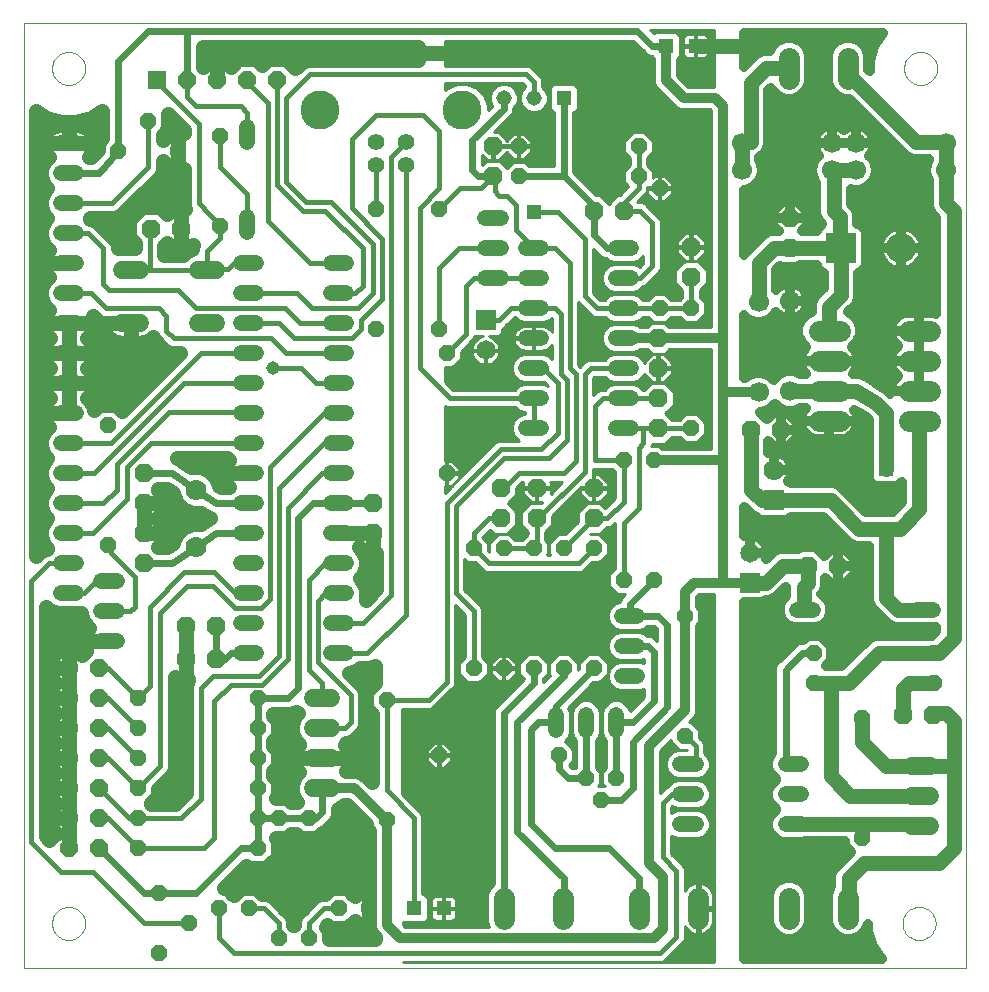
<source format=gtl>
G75*
G70*
%OFA0B0*%
%FSLAX24Y24*%
%IPPOS*%
%LPD*%
%AMOC8*
5,1,8,0,0,1.08239X$1,22.5*
%
%ADD10C,0.0000*%
%ADD11R,0.0600X0.0600*%
%ADD12OC8,0.0600*%
%ADD13OC8,0.0520*%
%ADD14C,0.0520*%
%ADD15C,0.0600*%
%ADD16C,0.0560*%
%ADD17C,0.1300*%
%ADD18OC8,0.0630*%
%ADD19C,0.0700*%
%ADD20C,0.0669*%
%ADD21R,0.1000X0.1000*%
%ADD22C,0.1000*%
%ADD23R,0.0515X0.0515*%
%ADD24C,0.0705*%
%ADD25C,0.0700*%
%ADD26R,0.0700X0.0700*%
%ADD27C,0.0515*%
%ADD28R,0.0650X0.0650*%
%ADD29C,0.0650*%
%ADD30C,0.0240*%
%ADD31C,0.0450*%
%ADD32C,0.0500*%
%ADD33C,0.0320*%
%ADD34C,0.0100*%
%ADD35C,0.0160*%
D10*
X000353Y000353D02*
X000353Y031853D01*
X031753Y031853D01*
X031753Y000353D01*
X000353Y000353D01*
X001302Y001853D02*
X001304Y001900D01*
X001310Y001946D01*
X001320Y001992D01*
X001333Y002037D01*
X001351Y002080D01*
X001372Y002122D01*
X001396Y002162D01*
X001424Y002199D01*
X001455Y002234D01*
X001489Y002267D01*
X001525Y002296D01*
X001564Y002322D01*
X001605Y002345D01*
X001648Y002364D01*
X001692Y002380D01*
X001737Y002392D01*
X001783Y002400D01*
X001830Y002404D01*
X001876Y002404D01*
X001923Y002400D01*
X001969Y002392D01*
X002014Y002380D01*
X002058Y002364D01*
X002101Y002345D01*
X002142Y002322D01*
X002181Y002296D01*
X002217Y002267D01*
X002251Y002234D01*
X002282Y002199D01*
X002310Y002162D01*
X002334Y002122D01*
X002355Y002080D01*
X002373Y002037D01*
X002386Y001992D01*
X002396Y001946D01*
X002402Y001900D01*
X002404Y001853D01*
X002402Y001806D01*
X002396Y001760D01*
X002386Y001714D01*
X002373Y001669D01*
X002355Y001626D01*
X002334Y001584D01*
X002310Y001544D01*
X002282Y001507D01*
X002251Y001472D01*
X002217Y001439D01*
X002181Y001410D01*
X002142Y001384D01*
X002101Y001361D01*
X002058Y001342D01*
X002014Y001326D01*
X001969Y001314D01*
X001923Y001306D01*
X001876Y001302D01*
X001830Y001302D01*
X001783Y001306D01*
X001737Y001314D01*
X001692Y001326D01*
X001648Y001342D01*
X001605Y001361D01*
X001564Y001384D01*
X001525Y001410D01*
X001489Y001439D01*
X001455Y001472D01*
X001424Y001507D01*
X001396Y001544D01*
X001372Y001584D01*
X001351Y001626D01*
X001333Y001669D01*
X001320Y001714D01*
X001310Y001760D01*
X001304Y001806D01*
X001302Y001853D01*
X001302Y030353D02*
X001304Y030400D01*
X001310Y030446D01*
X001320Y030492D01*
X001333Y030537D01*
X001351Y030580D01*
X001372Y030622D01*
X001396Y030662D01*
X001424Y030699D01*
X001455Y030734D01*
X001489Y030767D01*
X001525Y030796D01*
X001564Y030822D01*
X001605Y030845D01*
X001648Y030864D01*
X001692Y030880D01*
X001737Y030892D01*
X001783Y030900D01*
X001830Y030904D01*
X001876Y030904D01*
X001923Y030900D01*
X001969Y030892D01*
X002014Y030880D01*
X002058Y030864D01*
X002101Y030845D01*
X002142Y030822D01*
X002181Y030796D01*
X002217Y030767D01*
X002251Y030734D01*
X002282Y030699D01*
X002310Y030662D01*
X002334Y030622D01*
X002355Y030580D01*
X002373Y030537D01*
X002386Y030492D01*
X002396Y030446D01*
X002402Y030400D01*
X002404Y030353D01*
X002402Y030306D01*
X002396Y030260D01*
X002386Y030214D01*
X002373Y030169D01*
X002355Y030126D01*
X002334Y030084D01*
X002310Y030044D01*
X002282Y030007D01*
X002251Y029972D01*
X002217Y029939D01*
X002181Y029910D01*
X002142Y029884D01*
X002101Y029861D01*
X002058Y029842D01*
X002014Y029826D01*
X001969Y029814D01*
X001923Y029806D01*
X001876Y029802D01*
X001830Y029802D01*
X001783Y029806D01*
X001737Y029814D01*
X001692Y029826D01*
X001648Y029842D01*
X001605Y029861D01*
X001564Y029884D01*
X001525Y029910D01*
X001489Y029939D01*
X001455Y029972D01*
X001424Y030007D01*
X001396Y030044D01*
X001372Y030084D01*
X001351Y030126D01*
X001333Y030169D01*
X001320Y030214D01*
X001310Y030260D01*
X001304Y030306D01*
X001302Y030353D01*
X029702Y030353D02*
X029704Y030400D01*
X029710Y030446D01*
X029720Y030492D01*
X029733Y030537D01*
X029751Y030580D01*
X029772Y030622D01*
X029796Y030662D01*
X029824Y030699D01*
X029855Y030734D01*
X029889Y030767D01*
X029925Y030796D01*
X029964Y030822D01*
X030005Y030845D01*
X030048Y030864D01*
X030092Y030880D01*
X030137Y030892D01*
X030183Y030900D01*
X030230Y030904D01*
X030276Y030904D01*
X030323Y030900D01*
X030369Y030892D01*
X030414Y030880D01*
X030458Y030864D01*
X030501Y030845D01*
X030542Y030822D01*
X030581Y030796D01*
X030617Y030767D01*
X030651Y030734D01*
X030682Y030699D01*
X030710Y030662D01*
X030734Y030622D01*
X030755Y030580D01*
X030773Y030537D01*
X030786Y030492D01*
X030796Y030446D01*
X030802Y030400D01*
X030804Y030353D01*
X030802Y030306D01*
X030796Y030260D01*
X030786Y030214D01*
X030773Y030169D01*
X030755Y030126D01*
X030734Y030084D01*
X030710Y030044D01*
X030682Y030007D01*
X030651Y029972D01*
X030617Y029939D01*
X030581Y029910D01*
X030542Y029884D01*
X030501Y029861D01*
X030458Y029842D01*
X030414Y029826D01*
X030369Y029814D01*
X030323Y029806D01*
X030276Y029802D01*
X030230Y029802D01*
X030183Y029806D01*
X030137Y029814D01*
X030092Y029826D01*
X030048Y029842D01*
X030005Y029861D01*
X029964Y029884D01*
X029925Y029910D01*
X029889Y029939D01*
X029855Y029972D01*
X029824Y030007D01*
X029796Y030044D01*
X029772Y030084D01*
X029751Y030126D01*
X029733Y030169D01*
X029720Y030214D01*
X029710Y030260D01*
X029704Y030306D01*
X029702Y030353D01*
X029652Y001853D02*
X029654Y001900D01*
X029660Y001946D01*
X029670Y001992D01*
X029683Y002037D01*
X029701Y002080D01*
X029722Y002122D01*
X029746Y002162D01*
X029774Y002199D01*
X029805Y002234D01*
X029839Y002267D01*
X029875Y002296D01*
X029914Y002322D01*
X029955Y002345D01*
X029998Y002364D01*
X030042Y002380D01*
X030087Y002392D01*
X030133Y002400D01*
X030180Y002404D01*
X030226Y002404D01*
X030273Y002400D01*
X030319Y002392D01*
X030364Y002380D01*
X030408Y002364D01*
X030451Y002345D01*
X030492Y002322D01*
X030531Y002296D01*
X030567Y002267D01*
X030601Y002234D01*
X030632Y002199D01*
X030660Y002162D01*
X030684Y002122D01*
X030705Y002080D01*
X030723Y002037D01*
X030736Y001992D01*
X030746Y001946D01*
X030752Y001900D01*
X030754Y001853D01*
X030752Y001806D01*
X030746Y001760D01*
X030736Y001714D01*
X030723Y001669D01*
X030705Y001626D01*
X030684Y001584D01*
X030660Y001544D01*
X030632Y001507D01*
X030601Y001472D01*
X030567Y001439D01*
X030531Y001410D01*
X030492Y001384D01*
X030451Y001361D01*
X030408Y001342D01*
X030364Y001326D01*
X030319Y001314D01*
X030273Y001306D01*
X030226Y001302D01*
X030180Y001302D01*
X030133Y001306D01*
X030087Y001314D01*
X030042Y001326D01*
X029998Y001342D01*
X029955Y001361D01*
X029914Y001384D01*
X029875Y001410D01*
X029839Y001439D01*
X029805Y001472D01*
X029774Y001507D01*
X029746Y001544D01*
X029722Y001584D01*
X029701Y001626D01*
X029683Y001669D01*
X029670Y001714D01*
X029660Y001760D01*
X029654Y001806D01*
X029652Y001853D01*
D11*
X004803Y029953D03*
D12*
X005803Y029953D03*
X006803Y029953D03*
X007803Y029953D03*
X008803Y029953D03*
X002853Y010353D03*
X002853Y009353D03*
X002853Y008353D03*
X002853Y007353D03*
X002853Y006353D03*
X002853Y005353D03*
X002853Y004353D03*
X001853Y004353D03*
X001853Y005353D03*
X001853Y006353D03*
X001853Y007353D03*
X001853Y008353D03*
X001853Y009353D03*
X001853Y010353D03*
D13*
X004153Y009353D03*
X004153Y008353D03*
X004153Y007353D03*
X004153Y006353D03*
X004153Y005353D03*
X004153Y004353D03*
X004853Y002853D03*
X005853Y001853D03*
X006853Y002353D03*
X007853Y002353D03*
X008853Y001353D03*
X009853Y001353D03*
X010853Y002353D03*
X011853Y002353D03*
X012453Y005303D03*
X014203Y007453D03*
X012453Y009303D03*
X015353Y010353D03*
X016353Y010353D03*
X017353Y010353D03*
X018353Y010353D03*
X019353Y010353D03*
X020353Y013303D03*
X021353Y013303D03*
X022403Y012103D03*
X019353Y014353D03*
X018353Y014353D03*
X017353Y014353D03*
X016353Y014353D03*
X015353Y014353D03*
X014453Y016853D03*
X014453Y020853D03*
X014203Y021653D03*
X012103Y021653D03*
X012103Y025653D03*
X014203Y025653D03*
X016853Y026753D03*
X016853Y027753D03*
X020853Y027753D03*
X020853Y026753D03*
X021553Y026353D03*
X021553Y022353D03*
X022603Y022353D03*
X022603Y018353D03*
X021353Y017303D03*
X020353Y017303D03*
X026703Y010853D03*
X026703Y009853D03*
X028303Y008703D03*
X030703Y009853D03*
X030703Y010853D03*
X028303Y004703D03*
X022403Y008103D03*
X020103Y006703D03*
X019603Y005953D03*
X019103Y006703D03*
X018203Y007453D03*
X009853Y005353D03*
X008853Y005353D03*
X008153Y005353D03*
X008153Y006353D03*
X008153Y007353D03*
X008153Y008353D03*
X008153Y009353D03*
X008153Y004353D03*
X004853Y000853D03*
X003153Y014453D03*
X003153Y018453D03*
X006903Y025103D03*
X005503Y027603D03*
X004503Y028603D03*
X003503Y027603D03*
X006903Y028103D03*
D14*
X007803Y027893D02*
X007803Y028413D01*
X007803Y025413D02*
X007803Y024893D01*
X007593Y023853D02*
X008113Y023853D01*
X008113Y022853D02*
X007593Y022853D01*
X007593Y021853D02*
X008113Y021853D01*
X008113Y020853D02*
X007593Y020853D01*
X007593Y019853D02*
X008113Y019853D01*
X008113Y018853D02*
X007593Y018853D01*
X007593Y017853D02*
X008113Y017853D01*
X008113Y016853D02*
X007593Y016853D01*
X007593Y015853D02*
X008113Y015853D01*
X008113Y014853D02*
X007593Y014853D01*
X007593Y013853D02*
X008113Y013853D01*
X008113Y012853D02*
X007593Y012853D01*
X007593Y011853D02*
X008113Y011853D01*
X008113Y010853D02*
X007593Y010853D01*
X010593Y010853D02*
X011113Y010853D01*
X011113Y011853D02*
X010593Y011853D01*
X010593Y012853D02*
X011113Y012853D01*
X011113Y013853D02*
X010593Y013853D01*
X010593Y014853D02*
X011113Y014853D01*
X011113Y015853D02*
X010593Y015853D01*
X010593Y016853D02*
X011113Y016853D01*
X011113Y017853D02*
X010593Y017853D01*
X010593Y018853D02*
X011113Y018853D01*
X011113Y019853D02*
X010593Y019853D01*
X010593Y020853D02*
X011113Y020853D01*
X011113Y021853D02*
X010593Y021853D01*
X010593Y022853D02*
X011113Y022853D01*
X011113Y023853D02*
X010593Y023853D01*
X015743Y024353D02*
X016263Y024353D01*
X017093Y024353D02*
X017613Y024353D01*
X017613Y023353D02*
X017093Y023353D01*
X016263Y023353D02*
X015743Y023353D01*
X017093Y022353D02*
X017613Y022353D01*
X017613Y021353D02*
X017093Y021353D01*
X017093Y020353D02*
X017613Y020353D01*
X017613Y019353D02*
X017093Y019353D01*
X017093Y018353D02*
X017613Y018353D01*
X020093Y018353D02*
X020613Y018353D01*
X020613Y019353D02*
X020093Y019353D01*
X020093Y020353D02*
X020613Y020353D01*
X020613Y021353D02*
X020093Y021353D01*
X020093Y022353D02*
X020613Y022353D01*
X020613Y023353D02*
X020093Y023353D01*
X020093Y024353D02*
X020613Y024353D01*
X016263Y025353D02*
X015743Y025353D01*
X026143Y012303D02*
X026663Y012303D01*
X030143Y012303D02*
X030663Y012303D01*
X026273Y007153D02*
X025753Y007153D01*
X025753Y006153D02*
X026273Y006153D01*
X026273Y005153D02*
X025753Y005153D01*
X022753Y005153D02*
X022233Y005153D01*
X022233Y006153D02*
X022753Y006153D01*
X022753Y007153D02*
X022233Y007153D01*
X020103Y008293D02*
X020103Y008813D01*
X019103Y008813D02*
X019103Y008293D01*
X018103Y008293D02*
X018103Y008813D01*
X020293Y010103D02*
X020813Y010103D01*
X020813Y011103D02*
X020293Y011103D01*
X020293Y012103D02*
X020813Y012103D01*
X003463Y012253D02*
X002943Y012253D01*
X002943Y013253D02*
X003463Y013253D01*
X002113Y012853D02*
X001593Y012853D01*
X001593Y013853D02*
X002113Y013853D01*
X002113Y014853D02*
X001593Y014853D01*
X001593Y015853D02*
X002113Y015853D01*
X002113Y016853D02*
X001593Y016853D01*
X001593Y017853D02*
X002113Y017853D01*
X002113Y018853D02*
X001593Y018853D01*
X001593Y019853D02*
X002113Y019853D01*
X002113Y020853D02*
X001593Y020853D01*
X001593Y021853D02*
X002113Y021853D01*
X002113Y022853D02*
X001593Y022853D01*
X001593Y023853D02*
X002113Y023853D01*
X002113Y024853D02*
X001593Y024853D01*
X001593Y025853D02*
X002113Y025853D01*
X002113Y026853D02*
X001593Y026853D01*
X001593Y027853D02*
X002113Y027853D01*
X002943Y011253D02*
X003463Y011253D01*
D15*
X010003Y009353D02*
X010603Y009353D01*
X010603Y008353D02*
X010003Y008353D01*
X010003Y007353D02*
X010603Y007353D01*
X010603Y006353D02*
X010003Y006353D01*
X006783Y021863D02*
X006183Y021863D01*
X006183Y023643D02*
X006783Y023643D01*
X004223Y023643D02*
X003623Y023643D01*
X003623Y021863D02*
X004223Y021863D01*
X029953Y007103D02*
X030553Y007103D01*
X030553Y006103D02*
X029953Y006103D01*
X029953Y005103D02*
X030553Y005103D01*
D16*
X013095Y027123D03*
X013095Y027903D03*
X012111Y027903D03*
X012111Y027123D03*
D17*
X010233Y028973D03*
X014973Y028973D03*
D18*
X016003Y027753D03*
X016003Y026753D03*
X019353Y025603D03*
X020353Y025603D03*
X022603Y024403D03*
X022603Y023403D03*
X021503Y021353D03*
X021503Y020353D03*
X021503Y019353D03*
X021503Y018353D03*
X019353Y016353D03*
X019353Y015353D03*
X017453Y015353D03*
X017453Y016353D03*
X016253Y016353D03*
X016253Y015353D03*
X012003Y015853D03*
X012003Y014853D03*
X006753Y011753D03*
X006753Y010653D03*
X005753Y010653D03*
X005753Y011753D03*
X004353Y013853D03*
X004353Y014853D03*
X004353Y015853D03*
X004353Y016853D03*
X004603Y025003D03*
X005603Y025003D03*
X024603Y018303D03*
X025603Y018303D03*
X026503Y013753D03*
X027503Y013753D03*
X029653Y008803D03*
X030653Y008803D03*
X025903Y024353D03*
X025903Y025353D03*
D19*
X025353Y016953D03*
X006103Y016303D03*
X006103Y014403D03*
D20*
X024303Y026953D03*
X024303Y027853D03*
X027303Y027853D03*
X028103Y027853D03*
X028103Y026953D03*
X027303Y026953D03*
X031103Y026953D03*
X031103Y027853D03*
X025903Y022603D03*
X024853Y022553D03*
X024853Y019553D03*
X025903Y019603D03*
D21*
X027603Y024353D03*
D22*
X029603Y024353D03*
D23*
X022753Y031103D03*
X021753Y031103D03*
X018353Y029353D03*
X017353Y025553D03*
X029103Y017003D03*
X029103Y015003D03*
X014353Y002353D03*
X013353Y002353D03*
D24*
X016369Y002000D02*
X016369Y002705D01*
X018337Y002705D02*
X018337Y002000D01*
X020869Y002000D02*
X020869Y002705D01*
X022837Y002705D02*
X022837Y002000D01*
X025869Y002000D02*
X025869Y002705D01*
X027837Y002705D02*
X027837Y002000D01*
X027837Y030000D02*
X027837Y030705D01*
X025869Y030705D02*
X025869Y030000D01*
D25*
X026853Y021603D02*
X027553Y021603D01*
X027553Y020603D02*
X026853Y020603D01*
X026853Y019603D02*
X027553Y019603D01*
X027553Y018603D02*
X026853Y018603D01*
X029853Y018603D02*
X030553Y018603D01*
X030553Y019603D02*
X029853Y019603D01*
X029853Y020603D02*
X030553Y020603D01*
X030553Y021603D02*
X029853Y021603D01*
D26*
X025353Y015953D03*
D27*
X017353Y029353D03*
X016353Y029353D03*
D28*
X015753Y021953D03*
X024553Y013203D03*
D29*
X024553Y014203D03*
X015753Y020953D03*
D30*
X019353Y024803D02*
X019353Y025603D01*
X019353Y025753D01*
X018353Y026753D01*
X016853Y026753D01*
X016003Y026753D02*
X015503Y026753D01*
X015303Y026953D01*
X015303Y027953D01*
X016353Y029003D01*
X016353Y029353D01*
X018353Y029353D02*
X018353Y026753D01*
X019353Y024803D02*
X019803Y024353D01*
X020353Y024353D01*
X021753Y030853D02*
X021503Y031103D01*
X021303Y031103D01*
X020803Y031603D01*
X005803Y031603D01*
X005803Y029953D01*
X005803Y031603D02*
X004503Y031603D01*
X003503Y030603D01*
X003503Y027603D01*
X002853Y026853D01*
X001853Y026853D01*
X004353Y016853D02*
X005303Y016853D01*
X006103Y016303D01*
X006753Y015853D01*
X007853Y015853D01*
X007853Y014853D02*
X006753Y014853D01*
X006103Y014403D01*
X005303Y013853D01*
X004353Y013853D01*
X006753Y011753D02*
X006753Y010653D01*
X007053Y010653D01*
X007253Y010853D01*
X007853Y010853D01*
X008153Y009353D02*
X008153Y008353D01*
X008153Y007353D01*
X008153Y006353D01*
X008153Y005353D01*
X008853Y005353D01*
X009853Y005353D01*
X010103Y005353D01*
X010303Y005553D01*
X010303Y006353D01*
X008153Y005353D02*
X008153Y004353D01*
X007603Y004353D01*
X006103Y002853D01*
X004853Y002853D01*
X004353Y002853D01*
X002853Y004353D01*
X008153Y009353D02*
X009153Y009353D01*
X009503Y009703D01*
X009503Y015353D01*
X010003Y015853D01*
X010853Y015853D01*
X012003Y015853D01*
X017353Y010353D02*
X017353Y009853D01*
X016353Y008853D01*
X016353Y002369D01*
X016369Y002353D01*
X018337Y002353D02*
X018353Y002369D01*
X018353Y003353D01*
X016803Y004903D01*
X016803Y008553D01*
X018353Y010103D01*
X018353Y010353D01*
X019353Y010353D02*
X018103Y009103D01*
X018103Y008553D01*
X017503Y008553D01*
X017253Y008303D01*
X017253Y005153D01*
X018053Y004353D01*
X019853Y004353D01*
X020853Y003353D01*
X020853Y002369D01*
X020869Y002353D01*
X020253Y005953D02*
X019603Y005953D01*
X020253Y005953D02*
X020653Y006353D01*
X020653Y007903D01*
X021803Y009053D01*
X021803Y011803D01*
X021503Y012103D01*
X020553Y012103D01*
X020553Y012503D01*
X021353Y013303D01*
X021153Y011103D02*
X020553Y011103D01*
X021153Y011103D02*
X021353Y010903D01*
X021353Y009253D01*
X020653Y008553D01*
X020103Y008553D01*
X020103Y006703D01*
X019103Y006703D02*
X018503Y006703D01*
X018203Y007003D01*
X018203Y007453D01*
X019103Y006703D02*
X019103Y008553D01*
X025753Y007153D02*
X025753Y010303D01*
X026303Y010853D01*
X026703Y010853D01*
D31*
X027503Y012953D03*
X028253Y013803D03*
X027503Y014603D03*
X025403Y014503D03*
X024553Y015103D03*
X026253Y017003D03*
X022853Y019353D03*
X022353Y019853D03*
X022853Y020353D03*
X025853Y023353D03*
X026603Y022603D03*
X028603Y024353D03*
X029603Y025353D03*
X030603Y024353D03*
X029603Y023353D03*
X025903Y026103D03*
X026603Y027853D03*
X027553Y028503D03*
X028353Y028503D03*
X029103Y027853D03*
X008653Y020353D03*
X004503Y021103D03*
X003903Y019803D03*
X004003Y024603D03*
X006353Y030853D03*
X005753Y009353D03*
D32*
X005763Y009327D02*
X005393Y009327D01*
X005393Y009825D02*
X005773Y009825D01*
X005763Y009800D02*
X005837Y009980D01*
X005845Y009988D01*
X005753Y009988D01*
X005753Y010652D01*
X005753Y010652D01*
X005753Y009988D01*
X005477Y009988D01*
X005393Y010072D01*
X005393Y007200D01*
X005393Y007005D01*
X005318Y006825D01*
X004823Y006330D01*
X004823Y006075D01*
X004600Y005853D01*
X004610Y005843D01*
X005400Y005843D01*
X005763Y006206D01*
X005763Y009800D01*
X005753Y010324D02*
X005753Y010324D01*
X005753Y010653D02*
X005753Y011318D01*
X005753Y011752D01*
X005753Y011752D01*
X005753Y011318D01*
X005753Y010653D01*
X005753Y010653D01*
X005753Y010822D02*
X005753Y010822D01*
X005753Y011321D02*
X005753Y011321D01*
X003202Y011253D02*
X002333Y011253D01*
X003202Y011253D01*
X003202Y011253D01*
X002538Y011710D02*
X002477Y011650D01*
X002421Y011572D01*
X002377Y011487D01*
X002348Y011396D01*
X002333Y011301D01*
X002333Y011253D01*
X002333Y011205D01*
X002348Y011110D01*
X002377Y011019D01*
X002421Y010933D01*
X002424Y010928D01*
X002310Y010814D01*
X002122Y011003D01*
X001853Y011003D01*
X001853Y010353D01*
X001853Y010353D01*
X001853Y011003D01*
X001584Y011003D01*
X001203Y010622D01*
X001203Y010353D01*
X001852Y010353D01*
X001852Y010353D01*
X001203Y010353D01*
X001203Y010084D01*
X001434Y009853D01*
X001203Y009622D01*
X001203Y009353D01*
X001852Y009353D01*
X001852Y009353D01*
X001853Y009353D02*
X001853Y009703D01*
X001853Y010352D01*
X001853Y010352D01*
X001853Y009703D01*
X001853Y009353D01*
X001853Y009353D01*
X001853Y009352D02*
X001853Y008703D01*
X001853Y008353D01*
X001853Y008353D01*
X001853Y008703D01*
X001853Y009352D01*
X001853Y009352D01*
X001852Y009353D02*
X001203Y009353D01*
X001203Y009084D01*
X001434Y008853D01*
X001203Y008622D01*
X001203Y008353D01*
X001852Y008353D01*
X001852Y008353D01*
X001203Y008353D01*
X001203Y008084D01*
X001434Y007853D01*
X001203Y007622D01*
X001203Y007353D01*
X001852Y007353D01*
X001852Y007353D01*
X001853Y007353D02*
X001853Y008003D01*
X001853Y008352D01*
X001853Y008352D01*
X001853Y008003D01*
X001853Y007353D01*
X001853Y007353D01*
X001853Y007352D02*
X001853Y006703D01*
X001853Y006353D01*
X001853Y006353D01*
X001853Y007003D01*
X001853Y007352D01*
X001853Y007352D01*
X001852Y007353D02*
X001203Y007353D01*
X001203Y007084D01*
X001434Y006853D01*
X001203Y006622D01*
X001203Y006353D01*
X001852Y006353D01*
X001852Y006353D01*
X001203Y006353D01*
X001203Y006084D01*
X001434Y005853D01*
X001203Y005622D01*
X001203Y005353D01*
X001852Y005353D01*
X001852Y005353D01*
X001853Y005353D02*
X001853Y005703D01*
X001853Y006352D01*
X001853Y006352D01*
X001853Y005703D01*
X001853Y005353D01*
X001853Y005353D01*
X001853Y005352D02*
X001853Y004703D01*
X001853Y004353D01*
X001853Y004353D01*
X001853Y004703D01*
X001853Y005352D01*
X001853Y005352D01*
X001852Y005353D02*
X001203Y005353D01*
X001203Y005084D01*
X001434Y004853D01*
X001215Y004634D01*
X001093Y004756D01*
X001093Y012405D01*
X001213Y012285D01*
X001459Y012183D01*
X002246Y012183D01*
X002273Y012194D01*
X002273Y012119D01*
X002375Y011873D01*
X002538Y011710D01*
X002429Y011819D02*
X001093Y011819D01*
X001093Y011321D02*
X002336Y011321D01*
X002318Y010822D02*
X002303Y010822D01*
X001853Y010822D02*
X001853Y010822D01*
X001403Y010822D02*
X001093Y010822D01*
X001093Y010324D02*
X001203Y010324D01*
X001093Y009825D02*
X001406Y009825D01*
X001853Y009825D02*
X001853Y009825D01*
X001853Y009327D02*
X001853Y009327D01*
X001853Y008828D02*
X001853Y008828D01*
X001409Y008828D02*
X001093Y008828D01*
X001093Y008329D02*
X001203Y008329D01*
X001093Y007831D02*
X001412Y007831D01*
X001853Y007831D02*
X001853Y007831D01*
X001853Y007332D02*
X001853Y007332D01*
X001853Y006834D02*
X001853Y006834D01*
X001415Y006834D02*
X001093Y006834D01*
X001093Y006335D02*
X001203Y006335D01*
X001093Y005837D02*
X001418Y005837D01*
X001853Y005837D02*
X001853Y005837D01*
X001853Y005338D02*
X001853Y005338D01*
X001853Y004840D02*
X001853Y004840D01*
X001420Y004840D02*
X001093Y004840D01*
X001093Y005338D02*
X001203Y005338D01*
X001853Y006335D02*
X001853Y006335D01*
X001203Y007332D02*
X001093Y007332D01*
X001853Y008329D02*
X001853Y008329D01*
X001203Y009327D02*
X001093Y009327D01*
X001853Y010324D02*
X001853Y010324D01*
X001180Y012318D02*
X001093Y012318D01*
X000763Y014106D02*
X000763Y028924D01*
X001101Y028706D01*
X001595Y028561D01*
X001595Y028561D01*
X002110Y028561D01*
X002110Y028561D01*
X002605Y028706D01*
X002973Y028943D01*
X002973Y028020D01*
X002833Y027880D01*
X002833Y027639D01*
X002611Y027383D01*
X002530Y027383D01*
X002518Y027395D01*
X002578Y027455D01*
X002634Y027533D01*
X002678Y027619D01*
X002708Y027710D01*
X002723Y027805D01*
X002723Y027853D01*
X002723Y027901D01*
X002708Y027996D01*
X002678Y028087D01*
X002634Y028172D01*
X002578Y028250D01*
X002510Y028318D01*
X002432Y028374D01*
X002347Y028418D01*
X002256Y028448D01*
X002161Y028463D01*
X001853Y028463D01*
X001853Y027853D01*
X001853Y027853D01*
X002723Y027853D01*
X001853Y027853D01*
X001853Y027853D01*
X001853Y028463D01*
X001545Y028463D01*
X001450Y028448D01*
X001359Y028418D01*
X001273Y028374D01*
X001195Y028318D01*
X001127Y028250D01*
X001071Y028172D01*
X001027Y028087D01*
X000998Y027996D01*
X000983Y027901D01*
X000983Y027853D01*
X001852Y027853D01*
X001852Y027853D01*
X000983Y027853D01*
X000983Y027805D01*
X000998Y027710D01*
X001027Y027619D01*
X001071Y027533D01*
X001127Y027455D01*
X001188Y027395D01*
X001025Y027232D01*
X000923Y026986D01*
X000923Y026719D01*
X001025Y026473D01*
X001145Y026353D01*
X001025Y026232D01*
X000923Y025986D01*
X000923Y025719D01*
X001025Y025473D01*
X001145Y025353D01*
X001025Y025232D01*
X000923Y024986D01*
X000923Y024719D01*
X001025Y024473D01*
X001188Y024310D01*
X001127Y024250D01*
X001071Y024172D01*
X001027Y024087D01*
X000998Y023996D01*
X000983Y023901D01*
X000983Y023853D01*
X001852Y023853D01*
X001852Y023853D01*
X000983Y023853D01*
X000983Y023805D01*
X000998Y023710D01*
X001027Y023619D01*
X001071Y023533D01*
X001127Y023455D01*
X001188Y023395D01*
X001025Y023232D01*
X000923Y022986D01*
X000923Y022719D01*
X001025Y022473D01*
X001188Y022310D01*
X001127Y022250D01*
X001071Y022172D01*
X001027Y022087D01*
X000998Y021996D01*
X000983Y021901D01*
X000983Y021853D01*
X001852Y021853D01*
X001852Y021853D01*
X000983Y021853D01*
X000983Y021805D01*
X000998Y021710D01*
X001027Y021619D01*
X001071Y021533D01*
X001127Y021455D01*
X001195Y021387D01*
X001243Y021353D01*
X001195Y021318D01*
X001127Y021250D01*
X001071Y021172D01*
X001027Y021087D01*
X000998Y020996D01*
X000983Y020901D01*
X000983Y020853D01*
X001852Y020853D01*
X001852Y020853D01*
X001853Y020853D02*
X001853Y021463D01*
X001853Y020853D01*
X001853Y020853D01*
X002723Y020853D01*
X002723Y020901D01*
X002708Y020996D01*
X002678Y021087D01*
X002634Y021172D01*
X002578Y021250D01*
X002510Y021318D01*
X002462Y021353D01*
X002510Y021387D01*
X002578Y021455D01*
X002634Y021533D01*
X002678Y021619D01*
X002708Y021710D01*
X002723Y021805D01*
X002723Y021853D01*
X002723Y021901D01*
X002708Y021996D01*
X002679Y022083D01*
X002687Y022075D01*
X002825Y021937D01*
X002973Y021876D01*
X002973Y021863D01*
X003005Y021863D01*
X003005Y021863D01*
X003922Y021863D01*
X003922Y021863D01*
X002973Y021863D01*
X002973Y021820D01*
X002984Y021736D01*
X003006Y021653D01*
X003039Y021575D01*
X003081Y021501D01*
X003133Y021433D01*
X003193Y021373D01*
X003261Y021321D01*
X003335Y021279D01*
X003413Y021246D01*
X003496Y021224D01*
X003580Y021213D01*
X003923Y021213D01*
X004265Y021213D01*
X004350Y021224D01*
X004432Y021246D01*
X004511Y021279D01*
X004585Y021321D01*
X004652Y021373D01*
X004663Y021384D01*
X004687Y021325D01*
X004937Y021075D01*
X005075Y020937D01*
X005255Y020863D01*
X005570Y020863D01*
X003630Y018923D01*
X003430Y019123D01*
X002875Y019123D01*
X002713Y018961D01*
X002708Y018996D01*
X002678Y019087D01*
X002634Y019172D01*
X002578Y019250D01*
X002510Y019318D01*
X002462Y019353D01*
X002510Y019387D01*
X002578Y019455D01*
X002634Y019533D01*
X002678Y019619D01*
X002708Y019710D01*
X002723Y019805D01*
X002723Y019853D01*
X002723Y019901D01*
X002708Y019996D01*
X002678Y020087D01*
X002634Y020172D01*
X002578Y020250D01*
X002510Y020318D01*
X002462Y020353D01*
X002510Y020387D01*
X002578Y020455D01*
X002634Y020533D01*
X002678Y020619D01*
X002708Y020710D01*
X002723Y020805D01*
X002723Y020853D01*
X001853Y020853D01*
X001853Y020853D01*
X001853Y020852D02*
X001853Y020463D01*
X001853Y019853D01*
X001853Y019853D01*
X002723Y019853D01*
X001853Y019853D01*
X001853Y019853D01*
X001853Y020463D01*
X001853Y020852D01*
X001853Y020852D01*
X001852Y020853D02*
X000983Y020853D01*
X000983Y020805D01*
X000998Y020710D01*
X001027Y020619D01*
X001071Y020533D01*
X001127Y020455D01*
X001195Y020387D01*
X001243Y020353D01*
X001195Y020318D01*
X001127Y020250D01*
X001071Y020172D01*
X001027Y020087D01*
X000998Y019996D01*
X000983Y019901D01*
X000983Y019853D01*
X001852Y019853D01*
X001852Y019853D01*
X000983Y019853D01*
X000983Y019805D01*
X000998Y019710D01*
X001027Y019619D01*
X001071Y019533D01*
X001127Y019455D01*
X001195Y019387D01*
X001243Y019353D01*
X001195Y019318D01*
X001127Y019250D01*
X001071Y019172D01*
X001027Y019087D01*
X000998Y018996D01*
X000983Y018901D01*
X000983Y018853D01*
X001852Y018853D01*
X001852Y018853D01*
X001853Y018853D02*
X001853Y019463D01*
X001853Y018853D01*
X001853Y018853D01*
X001852Y018853D02*
X000983Y018853D01*
X000983Y018805D01*
X000998Y018710D01*
X001027Y018619D01*
X001071Y018533D01*
X001127Y018455D01*
X001188Y018395D01*
X001025Y018232D01*
X000923Y017986D01*
X000923Y017719D01*
X001025Y017473D01*
X001145Y017353D01*
X001025Y017232D01*
X000923Y016986D01*
X000923Y016719D01*
X001025Y016473D01*
X001145Y016353D01*
X001025Y016232D01*
X000923Y015986D01*
X000923Y015719D01*
X001025Y015473D01*
X001145Y015353D01*
X001025Y015232D01*
X000923Y014986D01*
X000923Y014719D01*
X001025Y014473D01*
X001145Y014353D01*
X001135Y014343D01*
X001105Y014343D01*
X000925Y014268D01*
X000763Y014106D01*
X000763Y014312D02*
X001031Y014312D01*
X000923Y014811D02*
X000763Y014811D01*
X000763Y015309D02*
X001102Y015309D01*
X000923Y015808D02*
X000763Y015808D01*
X000763Y016306D02*
X001099Y016306D01*
X000923Y016805D02*
X000763Y016805D01*
X000763Y017303D02*
X001096Y017303D01*
X000923Y017802D02*
X000763Y017802D01*
X000763Y018300D02*
X001093Y018300D01*
X000984Y018799D02*
X000763Y018799D01*
X000763Y019297D02*
X001175Y019297D01*
X000984Y019796D02*
X000763Y019796D01*
X000763Y020294D02*
X001172Y020294D01*
X000985Y020793D02*
X000763Y020793D01*
X000763Y021292D02*
X001169Y021292D01*
X000985Y021790D02*
X000763Y021790D01*
X000763Y022289D02*
X001166Y022289D01*
X000923Y022787D02*
X000763Y022787D01*
X000763Y023286D02*
X001078Y023286D01*
X000986Y023784D02*
X000763Y023784D01*
X000763Y024283D02*
X001160Y024283D01*
X000923Y024781D02*
X000763Y024781D01*
X000763Y025280D02*
X001072Y025280D01*
X000923Y025778D02*
X000763Y025778D01*
X000763Y026277D02*
X001070Y026277D01*
X000923Y026776D02*
X000763Y026776D01*
X000763Y027274D02*
X001067Y027274D01*
X000988Y027773D02*
X000763Y027773D01*
X000763Y028271D02*
X001149Y028271D01*
X001101Y028706D02*
X001101Y028706D01*
X001002Y028770D02*
X000763Y028770D01*
X001853Y028271D02*
X001853Y028271D01*
X002557Y028271D02*
X002973Y028271D01*
X002833Y027773D02*
X002718Y027773D01*
X002605Y028706D02*
X002605Y028706D01*
X002703Y028770D02*
X002973Y028770D01*
X004993Y028145D02*
X004993Y027955D01*
X005250Y028213D01*
X005503Y028213D01*
X005503Y027603D01*
X005503Y027603D01*
X005503Y028213D01*
X005713Y028213D01*
X005713Y028300D01*
X005173Y028840D01*
X005173Y028325D01*
X004993Y028145D01*
X005119Y028271D02*
X005713Y028271D01*
X005503Y027773D02*
X005503Y027773D01*
X005503Y027602D02*
X005503Y026993D01*
X005713Y026993D01*
X005713Y025861D01*
X005710Y025772D01*
X005713Y025764D01*
X005713Y025755D01*
X005747Y025673D01*
X005749Y025668D01*
X005603Y025668D01*
X005603Y025003D01*
X005603Y025003D01*
X005603Y025668D01*
X005327Y025668D01*
X005145Y025486D01*
X004903Y025728D01*
X004302Y025728D01*
X003878Y025303D01*
X003878Y024702D01*
X004063Y024517D01*
X004063Y024353D01*
X003493Y024353D01*
X003493Y024450D01*
X003418Y024630D01*
X003280Y024768D01*
X002780Y025268D01*
X002600Y025343D01*
X002570Y025343D01*
X002560Y025353D01*
X002570Y025363D01*
X003205Y025363D01*
X003400Y025363D01*
X003580Y025437D01*
X004918Y026775D01*
X004993Y026955D01*
X004993Y027150D01*
X004993Y027250D01*
X005250Y026993D01*
X005503Y026993D01*
X005503Y027602D01*
X005503Y027602D01*
X005503Y027274D02*
X005503Y027274D01*
X005713Y026776D02*
X004918Y026776D01*
X004420Y026277D02*
X005713Y026277D01*
X005710Y025778D02*
X003921Y025778D01*
X003878Y025280D02*
X002752Y025280D01*
X003267Y024781D02*
X003878Y024781D01*
X005043Y024417D02*
X005043Y024133D01*
X005669Y024133D01*
X005781Y024245D01*
X005963Y024320D01*
X005963Y024350D01*
X006014Y024473D01*
X005878Y024338D01*
X005603Y024338D01*
X005603Y025002D01*
X005603Y025002D01*
X005603Y024338D01*
X005327Y024338D01*
X005145Y024520D01*
X005043Y024417D01*
X005043Y024283D02*
X005873Y024283D01*
X005603Y024781D02*
X005603Y024781D01*
X005603Y025280D02*
X005603Y025280D01*
X003923Y021862D02*
X003923Y021213D01*
X003923Y021862D01*
X003923Y021862D01*
X003923Y021790D02*
X003923Y021790D01*
X003923Y021292D02*
X003923Y021292D01*
X004533Y021292D02*
X004721Y021292D01*
X005500Y020793D02*
X002721Y020793D01*
X002537Y021292D02*
X003312Y021292D01*
X002977Y021790D02*
X002720Y021790D01*
X002723Y021853D02*
X001853Y021853D01*
X002723Y021853D01*
X001853Y021853D02*
X001853Y021853D01*
X001853Y021852D02*
X001853Y021463D01*
X001853Y021852D01*
X001853Y021852D01*
X001853Y021790D02*
X001853Y021790D01*
X001853Y021292D02*
X001853Y021292D01*
X001853Y020793D02*
X001853Y020793D01*
X001853Y020294D02*
X001853Y020294D01*
X001853Y019852D02*
X001853Y019463D01*
X001853Y019852D01*
X001853Y019852D01*
X001853Y019796D02*
X001853Y019796D01*
X001853Y019297D02*
X001853Y019297D01*
X002531Y019297D02*
X004004Y019297D01*
X004503Y019796D02*
X002721Y019796D01*
X002534Y020294D02*
X005002Y020294D01*
X005456Y017363D02*
X007135Y017363D01*
X007188Y017310D01*
X007127Y017250D01*
X007071Y017172D01*
X007027Y017087D01*
X006998Y016996D01*
X006983Y016901D01*
X006983Y016853D01*
X007852Y016853D01*
X007852Y016853D01*
X006983Y016853D01*
X006983Y016805D01*
X006998Y016710D01*
X007027Y016619D01*
X007071Y016533D01*
X007127Y016455D01*
X007188Y016395D01*
X007175Y016383D01*
X006918Y016383D01*
X006863Y016421D01*
X006863Y016454D01*
X006747Y016733D01*
X006533Y016947D01*
X006254Y017063D01*
X005952Y017063D01*
X005940Y017058D01*
X005643Y017262D01*
X005603Y017302D01*
X005557Y017321D01*
X005516Y017349D01*
X005461Y017361D01*
X005456Y017363D01*
X005600Y017303D02*
X007181Y017303D01*
X006983Y016805D02*
X006676Y016805D01*
X006264Y015547D02*
X006412Y015444D01*
X006453Y015403D01*
X006498Y015385D01*
X006538Y015357D01*
X006557Y015353D01*
X006538Y015349D01*
X006498Y015321D01*
X006453Y015302D01*
X006412Y015261D01*
X006264Y015159D01*
X006254Y015163D01*
X005952Y015163D01*
X005672Y015047D01*
X005458Y014833D01*
X005343Y014554D01*
X005343Y014523D01*
X005138Y014383D01*
X004848Y014383D01*
X004836Y014395D01*
X005018Y014577D01*
X005018Y014853D01*
X005018Y015128D01*
X004793Y015353D01*
X005018Y015577D01*
X005018Y015853D01*
X005018Y016128D01*
X004836Y016310D01*
X004848Y016323D01*
X005138Y016323D01*
X005343Y016182D01*
X005343Y016152D01*
X005458Y015872D01*
X005672Y015658D01*
X005952Y015543D01*
X006254Y015543D01*
X006264Y015547D01*
X006469Y015309D02*
X004837Y015309D01*
X005018Y014853D02*
X004353Y014853D01*
X004353Y014853D01*
X004353Y015518D01*
X004353Y015852D01*
X004353Y015852D01*
X004353Y015853D02*
X004353Y015853D01*
X005018Y015853D01*
X004353Y015853D01*
X004353Y015852D02*
X004353Y015518D01*
X004353Y014853D01*
X004353Y014853D01*
X005018Y014853D01*
X005018Y014811D02*
X005449Y014811D01*
X005523Y015808D02*
X005018Y015808D01*
X005162Y016306D02*
X004840Y016306D01*
X004353Y015808D02*
X004353Y015808D01*
X004353Y015309D02*
X004353Y015309D01*
X009258Y008823D02*
X009449Y008902D01*
X009499Y008853D01*
X009401Y008755D01*
X009293Y008494D01*
X009293Y008211D01*
X009401Y007951D01*
X009541Y007810D01*
X009513Y007782D01*
X009461Y007715D01*
X009419Y007641D01*
X009386Y007562D01*
X009364Y007480D01*
X009353Y007395D01*
X009353Y007353D01*
X010302Y007353D01*
X010302Y007353D01*
X009353Y007353D01*
X009353Y007310D01*
X009364Y007226D01*
X009386Y007143D01*
X009419Y007065D01*
X009461Y006991D01*
X009513Y006923D01*
X009541Y006895D01*
X009401Y006755D01*
X009293Y006494D01*
X009293Y006211D01*
X009401Y005951D01*
X009452Y005899D01*
X009435Y005883D01*
X009270Y005883D01*
X009130Y006023D01*
X008770Y006023D01*
X008823Y006075D01*
X008823Y006630D01*
X008683Y006770D01*
X008683Y006935D01*
X008823Y007075D01*
X008823Y007630D01*
X008683Y007770D01*
X008683Y007935D01*
X008823Y008075D01*
X008823Y008630D01*
X008683Y008770D01*
X008683Y008823D01*
X009047Y008823D01*
X009258Y008823D01*
X009271Y008828D02*
X009474Y008828D01*
X009293Y008329D02*
X008823Y008329D01*
X008683Y007831D02*
X009520Y007831D01*
X009353Y007332D02*
X008823Y007332D01*
X008683Y006834D02*
X009480Y006834D01*
X009293Y006335D02*
X008823Y006335D01*
X009270Y004823D02*
X009435Y004823D01*
X009575Y004683D01*
X010130Y004683D01*
X010314Y004867D01*
X010403Y004903D01*
X010552Y005053D01*
X010752Y005253D01*
X010833Y005447D01*
X010833Y005658D01*
X010833Y005680D01*
X011005Y005751D01*
X011037Y005783D01*
X011124Y005783D01*
X011783Y005154D01*
X011783Y005025D01*
X011883Y004925D01*
X011883Y002963D01*
X011853Y002963D01*
X011853Y002353D01*
X011853Y002353D01*
X011853Y002963D01*
X011600Y002963D01*
X011395Y002758D01*
X011130Y003023D01*
X010575Y003023D01*
X010395Y002843D01*
X010255Y002843D01*
X010075Y002768D01*
X009575Y002268D01*
X009437Y002130D01*
X009363Y001950D01*
X009363Y001810D01*
X009353Y001800D01*
X009343Y001810D01*
X009343Y001950D01*
X009268Y002130D01*
X009130Y002268D01*
X008630Y002768D01*
X008450Y002843D01*
X008310Y002843D01*
X008130Y003023D01*
X007575Y003023D01*
X007353Y002800D01*
X007130Y003023D01*
X007022Y003023D01*
X007779Y003779D01*
X007875Y003683D01*
X008430Y003683D01*
X008823Y004075D01*
X008823Y004630D01*
X008770Y004683D01*
X009130Y004683D01*
X009270Y004823D01*
X008823Y004341D02*
X011883Y004341D01*
X011883Y004840D02*
X010287Y004840D01*
X010788Y005338D02*
X011590Y005338D01*
X011963Y006558D02*
X011752Y006760D01*
X011676Y006836D01*
X011669Y006839D01*
X011664Y006843D01*
X011565Y006882D01*
X011466Y006923D01*
X011459Y006923D01*
X011453Y006925D01*
X011346Y006923D01*
X011092Y006923D01*
X011092Y006923D01*
X011144Y006991D01*
X011187Y007065D01*
X011220Y007143D01*
X011242Y007226D01*
X011253Y007310D01*
X011253Y007353D01*
X011253Y007395D01*
X011242Y007480D01*
X011220Y007562D01*
X011187Y007641D01*
X011144Y007715D01*
X011092Y007782D01*
X011064Y007810D01*
X011117Y007863D01*
X011150Y007863D01*
X011330Y007937D01*
X011468Y008075D01*
X011668Y008275D01*
X011743Y008455D01*
X011743Y008650D01*
X011743Y009550D01*
X011668Y009730D01*
X011530Y009868D01*
X011216Y010183D01*
X011246Y010183D01*
X011492Y010285D01*
X011570Y010363D01*
X011900Y010363D01*
X012053Y010426D01*
X012053Y009850D01*
X011783Y009580D01*
X011783Y009025D01*
X011963Y008845D01*
X011963Y006558D01*
X011963Y006834D02*
X011678Y006834D01*
X011963Y007332D02*
X011253Y007332D01*
X011253Y007353D02*
X010303Y007353D01*
X011253Y007353D01*
X011085Y007831D02*
X011963Y007831D01*
X011963Y008329D02*
X011691Y008329D01*
X011743Y008828D02*
X011963Y008828D01*
X011783Y009327D02*
X011743Y009327D01*
X011573Y009825D02*
X012028Y009825D01*
X012053Y010324D02*
X011531Y010324D01*
X011752Y012645D02*
X012113Y013006D01*
X012113Y014188D01*
X012003Y014188D01*
X012003Y014852D01*
X012003Y014852D01*
X012003Y014188D01*
X011727Y014188D01*
X011519Y014396D01*
X011518Y014395D01*
X011681Y014232D01*
X011783Y013986D01*
X011783Y013719D01*
X011681Y013473D01*
X011560Y013353D01*
X011681Y013232D01*
X011783Y012986D01*
X011783Y012719D01*
X011752Y012645D01*
X011783Y012816D02*
X011923Y012816D01*
X012113Y013315D02*
X011598Y013315D01*
X011783Y013813D02*
X012113Y013813D01*
X012003Y014312D02*
X012003Y014312D01*
X011603Y014312D02*
X011601Y014312D01*
X012003Y014811D02*
X012003Y014811D01*
X012002Y014853D02*
X011338Y014853D01*
X012002Y014853D01*
X012002Y014853D01*
X011338Y014853D02*
X010853Y014853D01*
X010853Y014853D01*
X011338Y014853D01*
X005763Y008828D02*
X005393Y008828D01*
X005393Y008329D02*
X005763Y008329D01*
X005763Y007831D02*
X005393Y007831D01*
X005393Y007332D02*
X005763Y007332D01*
X005763Y006834D02*
X005322Y006834D01*
X005763Y006335D02*
X004828Y006335D01*
X007344Y003344D02*
X011883Y003344D01*
X011883Y003843D02*
X008590Y003843D01*
X008307Y002845D02*
X010398Y002845D01*
X009654Y002347D02*
X009051Y002347D01*
X009343Y001848D02*
X009363Y001848D01*
X010423Y001730D02*
X010523Y001630D01*
X010523Y001343D01*
X012053Y001343D01*
X012053Y001397D01*
X011970Y001480D01*
X011883Y001689D01*
X011883Y001743D01*
X011853Y001743D01*
X011853Y002352D01*
X011853Y002352D01*
X011853Y001743D01*
X011600Y001743D01*
X011395Y001948D01*
X011130Y001683D01*
X010575Y001683D01*
X010475Y001783D01*
X010423Y001730D01*
X010523Y001350D02*
X012053Y001350D01*
X011853Y001848D02*
X011853Y001848D01*
X011494Y001848D02*
X011296Y001848D01*
X011853Y002347D02*
X011853Y002347D01*
X011853Y002845D02*
X011853Y002845D01*
X011483Y002845D02*
X011307Y002845D01*
X007398Y002845D02*
X007307Y002845D01*
X010303Y007353D02*
X010303Y007353D01*
X024553Y013203D02*
X025103Y013203D01*
X025653Y013753D01*
X026503Y013753D01*
X026503Y013203D01*
X026353Y013053D01*
X026353Y012353D01*
X026403Y012303D01*
X026703Y009853D02*
X027403Y009853D01*
X027253Y009703D01*
X027253Y006753D01*
X027903Y006103D01*
X030253Y006103D01*
X030253Y007103D02*
X029103Y007103D01*
X028303Y007903D01*
X028303Y008703D01*
X027853Y009853D02*
X027403Y009853D01*
X027853Y009853D02*
X028853Y010853D01*
X030703Y010853D01*
X030853Y010853D01*
X031353Y011353D01*
X031353Y025603D01*
X031103Y025853D01*
X031103Y026953D01*
X031103Y027853D01*
X031053Y027903D01*
X030103Y027903D01*
X027837Y030169D01*
X027837Y030353D01*
X025869Y030353D02*
X025103Y030353D01*
X024603Y029853D01*
X024603Y027903D01*
X024303Y027853D01*
X024303Y026953D01*
X025353Y024353D02*
X024853Y023853D01*
X024853Y022553D01*
X025353Y024353D02*
X025903Y024353D01*
X027603Y024353D01*
X027553Y024403D01*
X027553Y025403D01*
X027353Y025603D01*
X027353Y026903D01*
X027303Y026953D01*
X028103Y026953D01*
X027603Y024353D02*
X027603Y022803D01*
X027203Y022403D01*
X027203Y021603D01*
X027203Y019603D02*
X025903Y019603D01*
X027203Y019603D02*
X028103Y019603D01*
X028753Y019203D01*
X029103Y018853D01*
X029103Y017003D01*
X030203Y015653D02*
X029553Y015003D01*
X029103Y015003D01*
X029103Y012703D01*
X029503Y012303D01*
X030403Y012303D01*
X030703Y009853D02*
X029853Y009853D01*
X029653Y009653D01*
X029653Y008803D01*
X030653Y008803D02*
X030703Y008853D01*
X031103Y008853D01*
X031353Y008603D01*
X031353Y007103D01*
X030253Y007103D01*
X031353Y007103D02*
X031353Y004353D01*
X030853Y003853D01*
X028353Y003853D01*
X027853Y003353D01*
X027853Y002369D01*
X027837Y002353D01*
X028303Y004703D02*
X028303Y004953D01*
X028353Y005153D01*
X029803Y005153D01*
X030253Y005103D01*
X028353Y005153D02*
X025753Y005153D01*
X028203Y015003D02*
X027253Y015953D01*
X025353Y015953D01*
X024953Y015953D01*
X024603Y016303D01*
X024603Y018303D01*
X028203Y015003D02*
X029103Y015003D01*
X030203Y015653D02*
X030203Y018603D01*
X024353Y031103D02*
X022803Y031103D01*
X014703Y030853D02*
X013103Y030853D01*
X013514Y030764D02*
X006333Y030764D01*
X006534Y030603D02*
X006345Y030414D01*
X006333Y030427D01*
X006333Y031073D01*
X013511Y031073D01*
X013516Y030643D01*
X009805Y030643D01*
X009625Y030568D01*
X009487Y030430D01*
X009408Y030351D01*
X009097Y030663D01*
X008509Y030663D01*
X008303Y030457D01*
X008097Y030663D01*
X007509Y030663D01*
X007260Y030414D01*
X007072Y030603D01*
X006803Y030603D01*
X006803Y029953D01*
X006803Y029953D01*
X006803Y030603D01*
X006534Y030603D01*
X006803Y030265D02*
X006803Y030265D01*
X005243Y028770D02*
X005173Y028770D01*
D33*
X020353Y021353D02*
X021503Y021353D01*
X023653Y021353D01*
X023653Y029103D01*
X023403Y029353D01*
X022353Y029353D01*
X021753Y029953D01*
X021753Y030853D01*
X021753Y031103D01*
X024353Y031251D02*
X025464Y031251D01*
X025488Y031275D02*
X025298Y031086D01*
X025231Y030923D01*
X025216Y030923D01*
X024989Y030923D01*
X024780Y030836D01*
X024353Y030409D01*
X024353Y031533D01*
X029005Y031533D01*
X028992Y031523D01*
X028992Y031523D01*
X028703Y031099D01*
X028552Y030609D01*
X028552Y030260D01*
X028509Y030302D01*
X028509Y030839D01*
X028407Y031086D01*
X028218Y031275D01*
X027971Y031378D01*
X027703Y031378D01*
X027456Y031275D01*
X027267Y031086D01*
X027164Y030839D01*
X027164Y029866D01*
X027267Y029619D01*
X027456Y029430D01*
X027703Y029328D01*
X027872Y029328D01*
X029780Y027420D01*
X029989Y027333D01*
X030216Y027333D01*
X030533Y027333D01*
X030533Y027287D01*
X030448Y027083D01*
X030448Y026823D01*
X030533Y026618D01*
X030533Y025966D01*
X030533Y025739D01*
X030620Y025530D01*
X030783Y025367D01*
X030783Y022169D01*
X030696Y022198D01*
X030601Y022213D01*
X030203Y022213D01*
X030203Y021603D01*
X030203Y021603D01*
X030203Y022213D01*
X029805Y022213D01*
X029710Y022198D01*
X029619Y022168D01*
X029533Y022124D01*
X029455Y022068D01*
X029387Y022000D01*
X029331Y021922D01*
X029287Y021837D01*
X029258Y021746D01*
X029243Y021651D01*
X029243Y021603D01*
X030202Y021603D01*
X030202Y021603D01*
X029243Y021603D01*
X029243Y021555D01*
X029258Y021460D01*
X029287Y021369D01*
X029331Y021283D01*
X029387Y021205D01*
X029455Y021137D01*
X029503Y021103D01*
X029455Y021068D01*
X029387Y021000D01*
X029331Y020922D01*
X029287Y020837D01*
X029258Y020746D01*
X029243Y020651D01*
X029243Y020603D01*
X030202Y020603D01*
X030202Y020603D01*
X030203Y020603D02*
X030203Y020993D01*
X030203Y021602D01*
X030203Y021602D01*
X030203Y020993D01*
X030203Y020603D01*
X030203Y020603D01*
X030203Y020602D02*
X030203Y019993D01*
X030203Y019603D01*
X030203Y019603D01*
X030203Y019993D01*
X030203Y020602D01*
X030203Y020602D01*
X030202Y020603D02*
X029243Y020603D01*
X029243Y020555D01*
X029258Y020460D01*
X029287Y020369D01*
X029331Y020283D01*
X029387Y020205D01*
X029455Y020137D01*
X029503Y020103D01*
X029455Y020068D01*
X029387Y020000D01*
X029331Y019922D01*
X029287Y019837D01*
X029258Y019746D01*
X029243Y019651D01*
X029243Y019603D01*
X030202Y019603D01*
X030202Y019603D01*
X029243Y019603D01*
X029243Y019555D01*
X029250Y019512D01*
X029188Y019574D01*
X029148Y019629D01*
X029109Y019653D01*
X029076Y019686D01*
X029013Y019712D01*
X028458Y020053D01*
X028426Y020086D01*
X028363Y020112D01*
X028305Y020148D01*
X028259Y020155D01*
X028216Y020173D01*
X028148Y020173D01*
X028081Y020183D01*
X028036Y020173D01*
X027985Y020173D01*
X028018Y020205D01*
X028074Y020283D01*
X028118Y020369D01*
X028148Y020460D01*
X028163Y020555D01*
X028163Y020603D01*
X028163Y020651D01*
X028148Y020746D01*
X028118Y020837D01*
X028074Y020922D01*
X028018Y021000D01*
X027958Y021060D01*
X028121Y021223D01*
X028223Y021469D01*
X028223Y021736D01*
X028121Y021982D01*
X027932Y022171D01*
X027822Y022216D01*
X027926Y022320D01*
X028086Y022480D01*
X028173Y022689D01*
X028173Y023535D01*
X028284Y023581D01*
X028374Y023671D01*
X028423Y023789D01*
X028423Y024916D01*
X028374Y025034D01*
X028284Y025124D01*
X028166Y025173D01*
X028123Y025173D01*
X028123Y025289D01*
X028123Y025516D01*
X028036Y025726D01*
X027923Y025839D01*
X027923Y026319D01*
X027973Y026298D01*
X028233Y026298D01*
X028474Y026398D01*
X028658Y026582D01*
X028757Y026823D01*
X028757Y027083D01*
X028658Y027324D01*
X028536Y027445D01*
X028556Y027465D01*
X028611Y027541D01*
X028654Y027624D01*
X028683Y027713D01*
X028697Y027806D01*
X028697Y027853D01*
X028697Y027900D01*
X028683Y027992D01*
X028654Y028081D01*
X028611Y028164D01*
X028556Y028240D01*
X028490Y028306D01*
X028414Y028361D01*
X028331Y028404D01*
X028242Y028433D01*
X028150Y028447D01*
X028103Y028447D01*
X028103Y027853D01*
X028103Y027853D01*
X028697Y027853D01*
X028103Y027853D01*
X028103Y027853D01*
X028103Y028447D01*
X028056Y028447D01*
X027963Y028433D01*
X027874Y028404D01*
X027791Y028361D01*
X027715Y028306D01*
X027703Y028294D01*
X027690Y028306D01*
X027614Y028361D01*
X027531Y028404D01*
X027442Y028433D01*
X027350Y028447D01*
X027303Y028447D01*
X027303Y027853D01*
X027508Y027853D01*
X028102Y027853D01*
X028102Y027853D01*
X027508Y027853D01*
X027303Y027853D01*
X027303Y027853D01*
X027303Y027853D01*
X027303Y028447D01*
X027256Y028447D01*
X027163Y028433D01*
X027074Y028404D01*
X026991Y028361D01*
X026915Y028306D01*
X026849Y028240D01*
X026794Y028164D01*
X026752Y028081D01*
X026723Y027992D01*
X026708Y027900D01*
X026708Y027853D01*
X027302Y027853D01*
X027302Y027853D01*
X026708Y027853D01*
X026708Y027806D01*
X026723Y027713D01*
X026752Y027624D01*
X026794Y027541D01*
X026849Y027465D01*
X026869Y027445D01*
X026748Y027324D01*
X026648Y027083D01*
X026648Y026823D01*
X026748Y026582D01*
X026783Y026547D01*
X026783Y025489D01*
X026870Y025280D01*
X026983Y025167D01*
X026983Y025149D01*
X026921Y025124D01*
X026831Y025034D01*
X026785Y024923D01*
X026286Y024923D01*
X026478Y025115D01*
X026478Y025353D01*
X026478Y025591D01*
X026141Y025928D01*
X025903Y025928D01*
X025903Y025353D01*
X025903Y025353D01*
X026478Y025353D01*
X025903Y025353D01*
X025903Y025353D01*
X025903Y025928D01*
X025665Y025928D01*
X025328Y025591D01*
X025328Y025353D01*
X025902Y025353D01*
X025902Y025353D01*
X025328Y025353D01*
X025328Y025115D01*
X025520Y024923D01*
X025466Y024923D01*
X025239Y024923D01*
X025030Y024836D01*
X024530Y024336D01*
X024370Y024176D01*
X024353Y024135D01*
X024353Y026298D01*
X024433Y026298D01*
X024674Y026398D01*
X024858Y026582D01*
X024957Y026823D01*
X024957Y027083D01*
X024873Y027287D01*
X024873Y027398D01*
X024926Y027420D01*
X024960Y027454D01*
X025001Y027479D01*
X025039Y027533D01*
X025086Y027580D01*
X025104Y027624D01*
X025132Y027664D01*
X025147Y027728D01*
X025173Y027789D01*
X025173Y027838D01*
X025184Y027885D01*
X025173Y027950D01*
X025173Y029617D01*
X025262Y029706D01*
X025298Y029619D01*
X025488Y029430D01*
X025735Y029328D01*
X026002Y029328D01*
X026249Y029430D01*
X026439Y029619D01*
X026541Y029866D01*
X026541Y030839D01*
X026439Y031086D01*
X026249Y031275D01*
X026002Y031378D01*
X025735Y031378D01*
X025488Y031275D01*
X025235Y030933D02*
X024353Y030933D01*
X024353Y030614D02*
X024558Y030614D01*
X025215Y029659D02*
X025282Y029659D01*
X025173Y029340D02*
X025705Y029340D01*
X026032Y029340D02*
X027673Y029340D01*
X027250Y029659D02*
X026455Y029659D01*
X026541Y029977D02*
X027164Y029977D01*
X027164Y030296D02*
X026541Y030296D01*
X026541Y030614D02*
X027164Y030614D01*
X027203Y030933D02*
X026502Y030933D01*
X026273Y031251D02*
X027432Y031251D01*
X028242Y031251D02*
X028807Y031251D01*
X028703Y031099D02*
X028703Y031099D01*
X028652Y030933D02*
X028471Y030933D01*
X028509Y030614D02*
X028554Y030614D01*
X028552Y030609D02*
X028552Y030609D01*
X028552Y030296D02*
X028516Y030296D01*
X028178Y029022D02*
X025173Y029022D01*
X025173Y028703D02*
X028496Y028703D01*
X028369Y028385D02*
X028815Y028385D01*
X028659Y028066D02*
X029133Y028066D01*
X029452Y027747D02*
X028688Y027747D01*
X028552Y027429D02*
X029770Y027429D01*
X030459Y027110D02*
X028746Y027110D01*
X028745Y026792D02*
X030461Y026792D01*
X030533Y026473D02*
X028549Y026473D01*
X027923Y026155D02*
X030533Y026155D01*
X030533Y025836D02*
X027925Y025836D01*
X028122Y025518D02*
X030632Y025518D01*
X030783Y025199D02*
X028123Y025199D01*
X028423Y024881D02*
X029056Y024881D01*
X029030Y024855D02*
X028969Y024776D01*
X028920Y024690D01*
X028882Y024598D01*
X028856Y024501D01*
X028843Y024403D01*
X028843Y024353D01*
X029602Y024353D01*
X029602Y024353D01*
X029603Y024353D02*
X029603Y025113D01*
X029603Y024353D01*
X029603Y024353D01*
X030363Y024353D01*
X030363Y024403D01*
X030350Y024501D01*
X030324Y024598D01*
X030286Y024690D01*
X030236Y024776D01*
X030175Y024855D01*
X030105Y024925D01*
X030026Y024986D01*
X029940Y025036D01*
X029848Y025074D01*
X029751Y025100D01*
X029653Y025113D01*
X029603Y025113D01*
X029553Y025113D01*
X029454Y025100D01*
X029358Y025074D01*
X029266Y025036D01*
X029180Y024986D01*
X029101Y024925D01*
X029030Y024855D01*
X028872Y024562D02*
X028423Y024562D01*
X028423Y024244D02*
X028851Y024244D01*
X028856Y024204D02*
X028882Y024108D01*
X028920Y024016D01*
X028969Y023930D01*
X029030Y023851D01*
X029101Y023780D01*
X029180Y023719D01*
X029266Y023670D01*
X029358Y023632D01*
X029454Y023606D01*
X029553Y023593D01*
X029603Y023593D01*
X029653Y023593D01*
X029751Y023606D01*
X029848Y023632D01*
X029940Y023670D01*
X030026Y023719D01*
X030105Y023780D01*
X030175Y023851D01*
X030236Y023930D01*
X030286Y024016D01*
X030324Y024108D01*
X030350Y024204D01*
X030363Y024303D01*
X030363Y024353D01*
X029603Y024353D01*
X029603Y024353D01*
X029603Y024352D02*
X029603Y023593D01*
X029603Y024352D01*
X029603Y024352D01*
X029602Y024353D02*
X028843Y024353D01*
X028843Y024303D01*
X028856Y024204D01*
X028973Y023925D02*
X028423Y023925D01*
X028309Y023606D02*
X029452Y023606D01*
X029603Y023606D02*
X029603Y023606D01*
X029754Y023606D02*
X030783Y023606D01*
X030783Y023288D02*
X028173Y023288D01*
X028173Y022969D02*
X030783Y022969D01*
X030783Y022651D02*
X028157Y022651D01*
X027938Y022332D02*
X030783Y022332D01*
X030203Y022014D02*
X030203Y022014D01*
X030203Y021695D02*
X030203Y021695D01*
X030203Y021377D02*
X030203Y021377D01*
X030203Y021058D02*
X030203Y021058D01*
X030203Y020740D02*
X030203Y020740D01*
X030203Y020421D02*
X030203Y020421D01*
X030203Y020102D02*
X030203Y020102D01*
X030203Y019784D02*
X030203Y019784D01*
X029503Y020102D02*
X028386Y020102D01*
X028135Y020421D02*
X029270Y020421D01*
X029257Y020740D02*
X028149Y020740D01*
X028163Y020603D02*
X027203Y020603D01*
X027203Y020603D01*
X028163Y020603D01*
X027960Y021058D02*
X029445Y021058D01*
X029285Y021377D02*
X028184Y021377D01*
X028223Y021695D02*
X029250Y021695D01*
X029401Y022014D02*
X028089Y022014D01*
X027033Y023039D02*
X026880Y022886D01*
X026720Y022726D01*
X026633Y022516D01*
X026633Y022237D01*
X026473Y022171D01*
X026285Y021982D01*
X026183Y021736D01*
X026183Y021469D01*
X026285Y021223D01*
X026448Y021060D01*
X026387Y021000D01*
X026331Y020922D01*
X026287Y020837D01*
X026258Y020746D01*
X026243Y020651D01*
X026243Y020603D01*
X027202Y020603D01*
X027202Y020603D01*
X026243Y020603D01*
X026243Y020555D01*
X026258Y020460D01*
X026287Y020369D01*
X026331Y020283D01*
X026387Y020205D01*
X026420Y020173D01*
X026237Y020173D01*
X026033Y020257D01*
X025773Y020257D01*
X025532Y020158D01*
X025353Y019979D01*
X025224Y020108D01*
X024983Y020207D01*
X024723Y020207D01*
X024482Y020108D01*
X024407Y020033D01*
X024353Y020033D01*
X024353Y022127D01*
X024482Y021998D01*
X024723Y021898D01*
X024983Y021898D01*
X025224Y021998D01*
X025408Y022182D01*
X025432Y022240D01*
X025449Y022215D01*
X025515Y022149D01*
X025591Y022094D01*
X025674Y022052D01*
X025763Y022023D01*
X025856Y022008D01*
X025903Y022008D01*
X025950Y022008D01*
X026042Y022023D01*
X026131Y022052D01*
X026214Y022094D01*
X026290Y022149D01*
X026356Y022215D01*
X026411Y022291D01*
X026454Y022374D01*
X026483Y022463D01*
X026497Y022556D01*
X026497Y022603D01*
X026497Y022650D01*
X026483Y022742D01*
X026454Y022831D01*
X026411Y022914D01*
X026356Y022990D01*
X026290Y023056D01*
X026214Y023111D01*
X026131Y023154D01*
X026042Y023183D01*
X025950Y023197D01*
X025903Y023197D01*
X025903Y022603D01*
X025903Y022603D01*
X026497Y022603D01*
X025903Y022603D01*
X025903Y022603D01*
X025903Y023197D01*
X025856Y023197D01*
X025763Y023183D01*
X025674Y023154D01*
X025591Y023111D01*
X025515Y023056D01*
X025449Y022990D01*
X025423Y022954D01*
X025423Y023617D01*
X025582Y023776D01*
X025640Y023718D01*
X026166Y023718D01*
X026231Y023783D01*
X026785Y023783D01*
X026831Y023671D01*
X026921Y023581D01*
X027033Y023535D01*
X027033Y023039D01*
X026963Y022969D02*
X026371Y022969D01*
X026497Y022651D02*
X026689Y022651D01*
X026633Y022332D02*
X026432Y022332D01*
X026316Y022014D02*
X025985Y022014D01*
X025903Y022014D02*
X025903Y022014D01*
X025903Y022008D02*
X025903Y022602D01*
X025903Y022602D01*
X025903Y022008D01*
X025821Y022014D02*
X025239Y022014D01*
X025903Y022332D02*
X025903Y022332D01*
X025903Y022651D02*
X025903Y022651D01*
X025903Y022969D02*
X025903Y022969D01*
X025434Y022969D02*
X025423Y022969D01*
X025423Y023288D02*
X027033Y023288D01*
X026896Y023606D02*
X025423Y023606D01*
X024756Y024562D02*
X024353Y024562D01*
X024353Y024244D02*
X024437Y024244D01*
X024353Y024881D02*
X025138Y024881D01*
X025328Y025199D02*
X024353Y025199D01*
X024353Y025518D02*
X025328Y025518D01*
X025573Y025836D02*
X024353Y025836D01*
X024353Y026155D02*
X026783Y026155D01*
X026783Y026473D02*
X024749Y026473D01*
X024945Y026792D02*
X026661Y026792D01*
X026659Y027110D02*
X024946Y027110D01*
X024935Y027429D02*
X026853Y027429D01*
X026717Y027747D02*
X025155Y027747D01*
X025173Y028066D02*
X026747Y028066D01*
X027037Y028385D02*
X025173Y028385D01*
X027303Y028385D02*
X027303Y028385D01*
X027569Y028385D02*
X027837Y028385D01*
X028103Y028385D02*
X028103Y028385D01*
X028103Y028066D02*
X028103Y028066D01*
X027303Y028066D02*
X027303Y028066D01*
X026783Y025836D02*
X026232Y025836D01*
X025903Y025836D02*
X025903Y025836D01*
X025903Y025518D02*
X025903Y025518D01*
X026478Y025518D02*
X026783Y025518D01*
X026950Y025199D02*
X026478Y025199D01*
X029603Y024881D02*
X029603Y024881D01*
X029603Y024562D02*
X029603Y024562D01*
X029603Y024244D02*
X029603Y024244D01*
X029603Y023925D02*
X029603Y023925D01*
X030232Y023925D02*
X030783Y023925D01*
X030783Y024244D02*
X030355Y024244D01*
X030333Y024562D02*
X030783Y024562D01*
X030783Y024881D02*
X030150Y024881D01*
X026445Y021058D02*
X024353Y021058D01*
X024353Y020740D02*
X026257Y020740D01*
X026270Y020421D02*
X024353Y020421D01*
X024353Y020102D02*
X024477Y020102D01*
X024853Y019553D02*
X023653Y019553D01*
X023653Y021353D01*
X024353Y021377D02*
X026221Y021377D01*
X026183Y021695D02*
X024353Y021695D01*
X024353Y022014D02*
X024466Y022014D01*
X025229Y020102D02*
X025477Y020102D01*
X025403Y019177D02*
X025532Y019048D01*
X025773Y018948D01*
X026033Y018948D01*
X026237Y019033D01*
X026420Y019033D01*
X026387Y019000D01*
X026331Y018922D01*
X026287Y018837D01*
X026258Y018746D01*
X026243Y018651D01*
X026243Y018603D01*
X027202Y018603D01*
X027202Y018603D01*
X026243Y018603D01*
X026243Y018555D01*
X026258Y018460D01*
X026287Y018369D01*
X026331Y018283D01*
X026387Y018205D01*
X026455Y018137D01*
X026533Y018081D01*
X026619Y018037D01*
X026710Y018008D01*
X026805Y017993D01*
X027203Y017993D01*
X027601Y017993D01*
X027696Y018008D01*
X027787Y018037D01*
X027872Y018081D01*
X027950Y018137D01*
X028018Y018205D01*
X028074Y018283D01*
X028118Y018369D01*
X028148Y018460D01*
X028163Y018555D01*
X028163Y018603D01*
X028163Y018651D01*
X028148Y018746D01*
X028118Y018837D01*
X028074Y018922D01*
X028037Y018974D01*
X028397Y018752D01*
X028533Y018617D01*
X028533Y017342D01*
X028525Y017324D01*
X028525Y016682D01*
X028574Y016564D01*
X028664Y016474D01*
X028782Y016425D01*
X029424Y016425D01*
X029541Y016474D01*
X029631Y016564D01*
X029633Y016567D01*
X029633Y015889D01*
X029324Y015580D01*
X028782Y015580D01*
X028764Y015573D01*
X028439Y015573D01*
X027736Y016276D01*
X027576Y016436D01*
X027366Y016523D01*
X025935Y016523D01*
X025884Y016574D01*
X025844Y016591D01*
X025874Y016633D01*
X025918Y016719D01*
X025948Y016810D01*
X025963Y016905D01*
X025963Y016953D01*
X025963Y017001D01*
X025948Y017096D01*
X025918Y017187D01*
X025874Y017272D01*
X025818Y017350D01*
X025750Y017418D01*
X025672Y017474D01*
X025587Y017518D01*
X025496Y017548D01*
X025401Y017563D01*
X025353Y017563D01*
X025353Y016953D01*
X025353Y016953D01*
X025963Y016953D01*
X025353Y016953D01*
X025353Y016953D01*
X025353Y017563D01*
X025305Y017563D01*
X025210Y017548D01*
X025173Y017536D01*
X025173Y017920D01*
X025365Y017728D01*
X025603Y017728D01*
X025841Y017728D01*
X026178Y018065D01*
X026178Y018303D01*
X026178Y018541D01*
X025841Y018878D01*
X025603Y018878D01*
X025603Y018303D01*
X025603Y018303D01*
X026178Y018303D01*
X025603Y018303D01*
X025603Y018303D01*
X025603Y018878D01*
X025365Y018878D01*
X025145Y018658D01*
X024905Y018898D01*
X024983Y018898D01*
X025224Y018998D01*
X025403Y019177D01*
X025373Y019147D02*
X025433Y019147D01*
X025315Y018828D02*
X024975Y018828D01*
X025603Y018828D02*
X025603Y018828D01*
X025890Y018828D02*
X026285Y018828D01*
X026250Y018510D02*
X026178Y018510D01*
X026178Y018191D02*
X026402Y018191D01*
X025986Y017873D02*
X028533Y017873D01*
X028533Y018191D02*
X028004Y018191D01*
X028156Y018510D02*
X028533Y018510D01*
X028274Y018828D02*
X028121Y018828D01*
X028163Y018603D02*
X027203Y018603D01*
X027203Y018603D01*
X028163Y018603D01*
X027203Y018602D02*
X027203Y017993D01*
X027203Y018602D01*
X027203Y018602D01*
X027203Y018510D02*
X027203Y018510D01*
X027203Y018191D02*
X027203Y018191D01*
X025893Y017236D02*
X028525Y017236D01*
X028533Y017554D02*
X025455Y017554D01*
X025353Y017554D02*
X025353Y017554D01*
X025250Y017554D02*
X025173Y017554D01*
X025173Y017873D02*
X025220Y017873D01*
X025603Y017873D02*
X025603Y017873D01*
X025603Y017728D02*
X025603Y018302D01*
X025603Y018302D01*
X025603Y017728D01*
X025353Y017236D02*
X025353Y017236D01*
X025963Y016917D02*
X028525Y016917D01*
X028560Y016598D02*
X025849Y016598D01*
X025935Y015383D02*
X027017Y015383D01*
X027880Y014520D01*
X028089Y014433D01*
X028316Y014433D01*
X028533Y014433D01*
X028533Y012589D01*
X028620Y012380D01*
X028780Y012220D01*
X029180Y011820D01*
X029389Y011733D01*
X029616Y011733D01*
X030003Y011733D01*
X030027Y011723D01*
X030778Y011723D01*
X030783Y011725D01*
X030783Y011589D01*
X030627Y011433D01*
X030463Y011433D01*
X030453Y011423D01*
X028739Y011423D01*
X028530Y011336D01*
X028370Y011176D01*
X027617Y010423D01*
X027516Y010423D01*
X027289Y010423D01*
X027093Y010423D01*
X027283Y010613D01*
X027283Y011093D01*
X026943Y011433D01*
X026463Y011433D01*
X026323Y011293D01*
X026215Y011293D01*
X026054Y011226D01*
X025504Y010676D01*
X025380Y010552D01*
X025313Y010390D01*
X025313Y007533D01*
X025261Y007481D01*
X025173Y007268D01*
X025173Y007037D01*
X025261Y006824D01*
X025424Y006661D01*
X025444Y006653D01*
X025424Y006644D01*
X025261Y006481D01*
X025173Y006268D01*
X025173Y006037D01*
X025261Y005824D01*
X025424Y005661D01*
X025444Y005653D01*
X025424Y005644D01*
X025261Y005481D01*
X025173Y005268D01*
X025173Y005037D01*
X025261Y004824D01*
X025424Y004661D01*
X025637Y004573D01*
X026388Y004573D01*
X026412Y004583D01*
X027723Y004583D01*
X027723Y004463D01*
X027940Y004246D01*
X027530Y003836D01*
X027370Y003676D01*
X027283Y003466D01*
X027283Y003102D01*
X027267Y003086D01*
X027164Y002839D01*
X027164Y001866D01*
X027267Y001619D01*
X027456Y001430D01*
X027703Y001328D01*
X027971Y001328D01*
X028218Y001430D01*
X028407Y001619D01*
X028502Y001848D01*
X028502Y001596D01*
X028653Y001106D01*
X028942Y000683D01*
X028955Y000673D01*
X024353Y000673D01*
X024353Y012558D01*
X024941Y012558D01*
X025059Y012606D01*
X025085Y012633D01*
X025216Y012633D01*
X025426Y012720D01*
X025783Y013077D01*
X025783Y012763D01*
X025651Y012631D01*
X025563Y012418D01*
X025563Y012187D01*
X025651Y011974D01*
X025814Y011811D01*
X026027Y011723D01*
X026778Y011723D01*
X026991Y011811D01*
X027154Y011974D01*
X027243Y012187D01*
X027243Y012418D01*
X027154Y012631D01*
X026991Y012794D01*
X026927Y012821D01*
X026986Y012880D01*
X027073Y013089D01*
X027073Y013316D01*
X027073Y013370D01*
X027265Y013178D01*
X027503Y013178D01*
X027741Y013178D01*
X028078Y013515D01*
X028078Y013753D01*
X028078Y013991D01*
X027741Y014328D01*
X027503Y014328D01*
X027503Y013753D01*
X027503Y013753D01*
X028078Y013753D01*
X027503Y013753D01*
X027503Y013753D01*
X027503Y014328D01*
X027265Y014328D01*
X027045Y014108D01*
X026766Y014388D01*
X026240Y014388D01*
X026175Y014323D01*
X025539Y014323D01*
X025330Y014236D01*
X025170Y014076D01*
X025106Y014012D01*
X025123Y014066D01*
X025138Y014157D01*
X025138Y014203D01*
X025138Y014249D01*
X025123Y014340D01*
X025095Y014427D01*
X025053Y014509D01*
X024999Y014584D01*
X024934Y014649D01*
X024859Y014703D01*
X024777Y014745D01*
X024690Y014773D01*
X024599Y014788D01*
X024553Y014788D01*
X024553Y014203D01*
X024553Y014203D01*
X025138Y014203D01*
X024553Y014203D01*
X024553Y014203D01*
X024553Y014788D01*
X024507Y014788D01*
X024416Y014773D01*
X024353Y014753D01*
X024353Y015747D01*
X024630Y015470D01*
X024728Y015429D01*
X024731Y015421D01*
X024821Y015331D01*
X024939Y015283D01*
X025766Y015283D01*
X025884Y015331D01*
X025935Y015383D01*
X025867Y015324D02*
X027075Y015324D01*
X027394Y015006D02*
X024353Y015006D01*
X024353Y015324D02*
X024839Y015324D01*
X024457Y015643D02*
X024353Y015643D01*
X024553Y014687D02*
X024553Y014687D01*
X024553Y014369D02*
X024553Y014369D01*
X024881Y014687D02*
X027712Y014687D01*
X027503Y014050D02*
X027503Y014050D01*
X027503Y013752D02*
X027503Y013178D01*
X027503Y013752D01*
X027503Y013752D01*
X027503Y013732D02*
X027503Y013732D01*
X027503Y013413D02*
X027503Y013413D01*
X027073Y013094D02*
X028533Y013094D01*
X028533Y012776D02*
X027010Y012776D01*
X027226Y012457D02*
X028587Y012457D01*
X028861Y012139D02*
X027223Y012139D01*
X027001Y011820D02*
X029179Y011820D01*
X028377Y011183D02*
X027192Y011183D01*
X027283Y010865D02*
X028059Y010865D01*
X028370Y011176D02*
X028370Y011176D01*
X027740Y010546D02*
X027216Y010546D01*
X026011Y011183D02*
X024353Y011183D01*
X024353Y010865D02*
X025692Y010865D01*
X025377Y010546D02*
X024353Y010546D01*
X024353Y010228D02*
X025313Y010228D01*
X025313Y009909D02*
X024353Y009909D01*
X024353Y009591D02*
X025313Y009591D01*
X025313Y009272D02*
X024353Y009272D01*
X024353Y008953D02*
X025313Y008953D01*
X025313Y008635D02*
X024353Y008635D01*
X024353Y008316D02*
X025313Y008316D01*
X025313Y007998D02*
X024353Y007998D01*
X024353Y007679D02*
X025313Y007679D01*
X025211Y007361D02*
X024353Y007361D01*
X024353Y007042D02*
X025173Y007042D01*
X025362Y006724D02*
X024353Y006724D01*
X024353Y006405D02*
X025230Y006405D01*
X025173Y006087D02*
X024353Y006087D01*
X024353Y005768D02*
X025317Y005768D01*
X025248Y005449D02*
X024353Y005449D01*
X024353Y005131D02*
X025173Y005131D01*
X025273Y004812D02*
X024353Y004812D01*
X024353Y004494D02*
X027723Y004494D01*
X027869Y004175D02*
X024353Y004175D01*
X024353Y003857D02*
X027551Y003857D01*
X027313Y003538D02*
X024353Y003538D01*
X024353Y003220D02*
X025432Y003220D01*
X025488Y003275D02*
X025298Y003086D01*
X025196Y002839D01*
X025196Y001866D01*
X025298Y001619D01*
X025488Y001430D01*
X025735Y001328D01*
X026002Y001328D01*
X026249Y001430D01*
X026439Y001619D01*
X026541Y001866D01*
X026541Y002839D01*
X026439Y003086D01*
X026249Y003275D01*
X026002Y003378D01*
X025735Y003378D01*
X025488Y003275D01*
X025222Y002901D02*
X024353Y002901D01*
X024353Y002583D02*
X025196Y002583D01*
X025196Y002264D02*
X024353Y002264D01*
X024353Y001945D02*
X025196Y001945D01*
X025295Y001627D02*
X024353Y001627D01*
X024353Y001308D02*
X028591Y001308D01*
X028653Y001106D02*
X028653Y001106D01*
X028733Y000990D02*
X024353Y000990D01*
X026442Y001627D02*
X027264Y001627D01*
X027164Y001945D02*
X026541Y001945D01*
X026541Y002264D02*
X027164Y002264D01*
X027164Y002583D02*
X026541Y002583D01*
X026515Y002901D02*
X027190Y002901D01*
X027283Y003220D02*
X026305Y003220D01*
X028410Y001627D02*
X028502Y001627D01*
X028502Y001596D02*
X028502Y001596D01*
X028942Y000683D02*
X028942Y000683D01*
X028942Y000683D01*
X021653Y001653D02*
X021353Y001353D01*
X012903Y001353D01*
X012453Y001803D01*
X012453Y005303D01*
X011353Y006353D01*
X010303Y006353D01*
X021203Y007753D02*
X021203Y003853D01*
X021653Y003403D01*
X021653Y001653D01*
X021203Y007753D02*
X022403Y008953D01*
X022403Y012103D01*
X022403Y012903D01*
X022703Y013203D01*
X023553Y013203D01*
X023653Y013303D01*
X023653Y017353D01*
X023603Y017303D01*
X021353Y017303D01*
X023653Y017353D02*
X023653Y019553D01*
X025603Y018510D02*
X025603Y018510D01*
X025603Y018191D02*
X025603Y018191D01*
X027732Y016280D02*
X029633Y016280D01*
X029633Y015961D02*
X028050Y015961D01*
X028369Y015643D02*
X029387Y015643D01*
X028533Y014369D02*
X026785Y014369D01*
X026221Y014369D02*
X025114Y014369D01*
X025118Y014050D02*
X025144Y014050D01*
X024553Y013203D02*
X023553Y013203D01*
X024353Y012457D02*
X025579Y012457D01*
X025583Y012139D02*
X024353Y012139D01*
X024353Y011820D02*
X025805Y011820D01*
X025783Y012776D02*
X025482Y012776D01*
X024353Y011502D02*
X030696Y011502D01*
X028533Y013413D02*
X027976Y013413D01*
X028078Y013732D02*
X028533Y013732D01*
X028533Y014050D02*
X028019Y014050D01*
X028896Y019784D02*
X029270Y019784D01*
D34*
X023283Y019766D02*
X021832Y019766D01*
X021734Y019864D02*
X023283Y019864D01*
X023283Y019963D02*
X021770Y019963D01*
X021720Y019878D02*
X021285Y019878D01*
X021050Y019643D01*
X020987Y019643D01*
X020879Y019751D01*
X020706Y019823D01*
X019999Y019823D01*
X019826Y019751D01*
X019718Y019643D01*
X019710Y019643D01*
X019595Y019643D01*
X019488Y019599D01*
X019343Y019453D01*
X019343Y020033D01*
X019373Y020063D01*
X019718Y020063D01*
X019826Y019954D01*
X019999Y019883D01*
X020706Y019883D01*
X020879Y019954D01*
X021011Y020086D01*
X021041Y020157D01*
X021310Y019888D01*
X021473Y019888D01*
X021473Y020322D01*
X021533Y020322D01*
X021533Y019888D01*
X021695Y019888D01*
X021968Y020160D01*
X021968Y020323D01*
X021533Y020323D01*
X021533Y020383D01*
X021473Y020383D01*
X021473Y020818D01*
X021310Y020818D01*
X021041Y020548D01*
X021011Y020619D01*
X020879Y020751D01*
X020706Y020823D01*
X019999Y020823D01*
X019826Y020751D01*
X019718Y020643D01*
X019195Y020643D01*
X019088Y020599D01*
X019007Y020517D01*
X018903Y020413D01*
X018843Y020473D01*
X018843Y022553D01*
X018888Y022507D01*
X019288Y022107D01*
X019395Y022063D01*
X019510Y022063D01*
X019718Y022063D01*
X019826Y021954D01*
X019999Y021883D01*
X020706Y021883D01*
X020879Y021954D01*
X020987Y022063D01*
X021178Y022063D01*
X021358Y021883D01*
X021747Y021883D01*
X021927Y022063D01*
X022228Y022063D01*
X022408Y021883D01*
X022797Y021883D01*
X023073Y022158D01*
X023073Y022547D01*
X022893Y022727D01*
X022893Y022950D01*
X023128Y023185D01*
X023128Y023620D01*
X022820Y023928D01*
X022385Y023928D01*
X022078Y023620D01*
X022078Y023185D01*
X022313Y022950D01*
X022313Y022727D01*
X022228Y022643D01*
X021927Y022643D01*
X021747Y022823D01*
X021358Y022823D01*
X021178Y022643D01*
X020987Y022643D01*
X020879Y022751D01*
X020706Y022823D01*
X019999Y022823D01*
X019826Y022751D01*
X019718Y022643D01*
X019573Y022643D01*
X019343Y022873D01*
X019343Y024346D01*
X019616Y024073D01*
X019737Y024023D01*
X019758Y024023D01*
X019826Y023954D01*
X019999Y023883D01*
X020706Y023883D01*
X020879Y023954D01*
X021011Y024086D01*
X021013Y024090D01*
X021013Y023873D01*
X020885Y023745D01*
X020879Y023751D01*
X020706Y023823D01*
X019999Y023823D01*
X019826Y023751D01*
X019694Y023619D01*
X019623Y023446D01*
X019623Y023259D01*
X019694Y023086D01*
X019826Y022954D01*
X019999Y022883D01*
X020706Y022883D01*
X020879Y022954D01*
X021007Y023082D01*
X021067Y023107D01*
X021467Y023507D01*
X021549Y023588D01*
X021593Y023695D01*
X021593Y025145D01*
X021593Y025260D01*
X021549Y025367D01*
X021149Y025767D01*
X021067Y025849D01*
X020960Y025893D01*
X020805Y025893D01*
X020804Y025894D01*
X021099Y026188D01*
X021143Y026295D01*
X021143Y026378D01*
X021147Y026383D01*
X021522Y026383D01*
X021522Y026323D01*
X021143Y026323D01*
X021143Y026183D01*
X021383Y025943D01*
X021523Y025943D01*
X021523Y026322D01*
X021583Y026322D01*
X021583Y025943D01*
X021723Y025943D01*
X021963Y026183D01*
X021963Y026323D01*
X021583Y026323D01*
X021583Y026383D01*
X021523Y026383D01*
X021523Y026763D01*
X021383Y026763D01*
X021323Y026702D01*
X021323Y026947D01*
X021143Y027127D01*
X021143Y027378D01*
X021323Y027558D01*
X021323Y027947D01*
X021047Y028223D01*
X020658Y028223D01*
X020383Y027947D01*
X020383Y027558D01*
X020563Y027378D01*
X020563Y027127D01*
X020383Y026947D01*
X020383Y026558D01*
X020515Y026425D01*
X020218Y026128D01*
X020135Y026128D01*
X019853Y025845D01*
X019570Y026128D01*
X019444Y026128D01*
X018683Y026889D01*
X018683Y028885D01*
X018697Y028885D01*
X018820Y029008D01*
X018820Y029697D01*
X018697Y029820D01*
X018008Y029820D01*
X017885Y029697D01*
X017885Y029008D01*
X018008Y028885D01*
X018023Y028885D01*
X018023Y027083D01*
X017187Y027083D01*
X017047Y027223D01*
X016658Y027223D01*
X016467Y027031D01*
X016220Y027278D01*
X015785Y027278D01*
X015633Y027125D01*
X015633Y027465D01*
X015810Y027288D01*
X015973Y027288D01*
X015973Y027722D01*
X016033Y027722D01*
X016033Y027288D01*
X016195Y027288D01*
X016467Y027559D01*
X016683Y027343D01*
X016823Y027343D01*
X016823Y027722D01*
X016883Y027722D01*
X016883Y027343D01*
X017023Y027343D01*
X017263Y027583D01*
X017263Y027723D01*
X016883Y027723D01*
X016883Y027783D01*
X016823Y027783D01*
X016823Y028163D01*
X016683Y028163D01*
X016467Y027946D01*
X016195Y028218D01*
X016034Y028218D01*
X016540Y028723D01*
X016632Y028816D01*
X016683Y028937D01*
X016683Y029022D01*
X016749Y029088D01*
X016820Y029260D01*
X016820Y029446D01*
X016749Y029618D01*
X016618Y029749D01*
X016446Y029820D01*
X016260Y029820D01*
X016088Y029749D01*
X015956Y029618D01*
X015885Y029446D01*
X015885Y029260D01*
X015956Y029088D01*
X015964Y029081D01*
X015833Y028949D01*
X015833Y029144D01*
X015702Y029460D01*
X015460Y029702D01*
X015144Y029833D01*
X014802Y029833D01*
X014486Y029702D01*
X014403Y029619D01*
X014403Y029863D01*
X016983Y029863D01*
X017063Y029783D01*
X017063Y029724D01*
X016956Y029618D01*
X016885Y029446D01*
X016885Y029260D01*
X016956Y029088D01*
X017088Y028956D01*
X017260Y028885D01*
X017446Y028885D01*
X017618Y028956D01*
X017749Y029088D01*
X017820Y029260D01*
X017820Y029446D01*
X017749Y029618D01*
X017643Y029724D01*
X017643Y029960D01*
X017599Y030067D01*
X017517Y030149D01*
X017267Y030399D01*
X017160Y030443D01*
X017045Y030443D01*
X014403Y030443D01*
X014403Y031273D01*
X020666Y031273D01*
X021023Y030916D01*
X021023Y030916D01*
X021116Y030823D01*
X021237Y030773D01*
X021285Y030773D01*
X021285Y030758D01*
X021383Y030661D01*
X021383Y029879D01*
X021439Y029743D01*
X021543Y029639D01*
X021543Y029639D01*
X022039Y029143D01*
X022143Y029039D01*
X022279Y028983D01*
X023249Y028983D01*
X023283Y028949D01*
X023283Y021723D01*
X021875Y021723D01*
X021720Y021878D01*
X021285Y021878D01*
X021130Y021723D01*
X020907Y021723D01*
X020879Y021751D01*
X020706Y021823D01*
X019999Y021823D01*
X019826Y021751D01*
X019694Y021619D01*
X019623Y021446D01*
X019623Y021259D01*
X019694Y021086D01*
X019826Y020954D01*
X019999Y020883D01*
X020706Y020883D01*
X020879Y020954D01*
X020907Y020983D01*
X021130Y020983D01*
X021285Y020828D01*
X021720Y020828D01*
X021875Y020983D01*
X023283Y020983D01*
X023283Y019626D01*
X023283Y019479D01*
X023283Y017673D01*
X021647Y017673D01*
X021547Y017773D01*
X021283Y017773D01*
X021293Y017795D01*
X021293Y017828D01*
X021720Y017828D01*
X021955Y018063D01*
X022228Y018063D01*
X022408Y017883D01*
X022797Y017883D01*
X023073Y018158D01*
X023073Y018547D01*
X022797Y018823D01*
X022408Y018823D01*
X022228Y018643D01*
X021955Y018643D01*
X021745Y018853D01*
X022028Y019135D01*
X022028Y019570D01*
X021720Y019878D01*
X021533Y019963D02*
X021473Y019963D01*
X021473Y020061D02*
X021533Y020061D01*
X021533Y020160D02*
X021473Y020160D01*
X021473Y020259D02*
X021533Y020259D01*
X021533Y020357D02*
X023283Y020357D01*
X023283Y020259D02*
X021968Y020259D01*
X021968Y020160D02*
X023283Y020160D01*
X023283Y020061D02*
X021869Y020061D01*
X021968Y020383D02*
X021533Y020383D01*
X021533Y020818D01*
X021695Y020818D01*
X021968Y020545D01*
X021968Y020383D01*
X021968Y020456D02*
X023283Y020456D01*
X023283Y020554D02*
X021959Y020554D01*
X021860Y020653D02*
X023283Y020653D01*
X023283Y020751D02*
X021762Y020751D01*
X021742Y020850D02*
X023283Y020850D01*
X023283Y020948D02*
X021841Y020948D01*
X021533Y020751D02*
X021473Y020751D01*
X021473Y020653D02*
X021533Y020653D01*
X021533Y020554D02*
X021473Y020554D01*
X021473Y020456D02*
X021533Y020456D01*
X021244Y020751D02*
X020879Y020751D01*
X020977Y020653D02*
X021145Y020653D01*
X021047Y020554D02*
X021038Y020554D01*
X021263Y020850D02*
X018843Y020850D01*
X018843Y020948D02*
X019841Y020948D01*
X019734Y021047D02*
X018843Y021047D01*
X018843Y021145D02*
X019670Y021145D01*
X019629Y021244D02*
X018843Y021244D01*
X018843Y021342D02*
X019623Y021342D01*
X019623Y021441D02*
X018843Y021441D01*
X018843Y021540D02*
X019661Y021540D01*
X019713Y021638D02*
X018843Y021638D01*
X018843Y021737D02*
X019812Y021737D01*
X019876Y021934D02*
X018843Y021934D01*
X018843Y022032D02*
X019749Y022032D01*
X019265Y022131D02*
X018843Y022131D01*
X018843Y022229D02*
X019166Y022229D01*
X019067Y022328D02*
X018843Y022328D01*
X018843Y022426D02*
X018969Y022426D01*
X018870Y022525D02*
X018843Y022525D01*
X019395Y022821D02*
X019994Y022821D01*
X019911Y022919D02*
X019343Y022919D01*
X019343Y023018D02*
X019763Y023018D01*
X019682Y023116D02*
X019343Y023116D01*
X019343Y023215D02*
X019641Y023215D01*
X019623Y023313D02*
X019343Y023313D01*
X019343Y023412D02*
X019623Y023412D01*
X019649Y023510D02*
X019343Y023510D01*
X019343Y023609D02*
X019690Y023609D01*
X019783Y023708D02*
X019343Y023708D01*
X019343Y023806D02*
X019959Y023806D01*
X019946Y023905D02*
X019343Y023905D01*
X019343Y024003D02*
X019778Y024003D01*
X019587Y024102D02*
X019343Y024102D01*
X019343Y024200D02*
X019489Y024200D01*
X019390Y024299D02*
X019343Y024299D01*
X020759Y023905D02*
X021013Y023905D01*
X021013Y024003D02*
X020928Y024003D01*
X020946Y023806D02*
X020746Y023806D01*
X021273Y023313D02*
X022078Y023313D01*
X022078Y023215D02*
X021175Y023215D01*
X021076Y023116D02*
X022147Y023116D01*
X022245Y023018D02*
X020942Y023018D01*
X020794Y022919D02*
X022313Y022919D01*
X022313Y022821D02*
X021749Y022821D01*
X021848Y022722D02*
X022307Y022722D01*
X022898Y022722D02*
X023283Y022722D01*
X023283Y022624D02*
X022997Y022624D01*
X023073Y022525D02*
X023283Y022525D01*
X023283Y022426D02*
X023073Y022426D01*
X023073Y022328D02*
X023283Y022328D01*
X023283Y022229D02*
X023073Y022229D01*
X023045Y022131D02*
X023283Y022131D01*
X023283Y022032D02*
X022947Y022032D01*
X022848Y021934D02*
X023283Y021934D01*
X023283Y021835D02*
X021763Y021835D01*
X021798Y021934D02*
X022357Y021934D01*
X022259Y022032D02*
X021897Y022032D01*
X021861Y021737D02*
X023283Y021737D01*
X023283Y022821D02*
X022893Y022821D01*
X022893Y022919D02*
X023283Y022919D01*
X023283Y023018D02*
X022960Y023018D01*
X023059Y023116D02*
X023283Y023116D01*
X023283Y023215D02*
X023128Y023215D01*
X023128Y023313D02*
X023283Y023313D01*
X023283Y023412D02*
X023128Y023412D01*
X023128Y023510D02*
X023283Y023510D01*
X023283Y023609D02*
X023128Y023609D01*
X023040Y023708D02*
X023283Y023708D01*
X023283Y023806D02*
X022942Y023806D01*
X022843Y023905D02*
X023283Y023905D01*
X023283Y024003D02*
X022861Y024003D01*
X022795Y023938D02*
X023068Y024210D01*
X023068Y024373D01*
X022633Y024373D01*
X022633Y024433D01*
X022573Y024433D01*
X022573Y024868D01*
X022410Y024868D01*
X022138Y024595D01*
X022138Y024433D01*
X022572Y024433D01*
X022572Y024373D01*
X022138Y024373D01*
X022138Y024210D01*
X022410Y023938D01*
X022573Y023938D01*
X022573Y024372D01*
X022633Y024372D01*
X022633Y023938D01*
X022795Y023938D01*
X022633Y024003D02*
X022573Y024003D01*
X022573Y024102D02*
X022633Y024102D01*
X022633Y024200D02*
X022573Y024200D01*
X022573Y024299D02*
X022633Y024299D01*
X022633Y024397D02*
X023283Y024397D01*
X023283Y024299D02*
X023068Y024299D01*
X023058Y024200D02*
X023283Y024200D01*
X023283Y024102D02*
X022959Y024102D01*
X023068Y024433D02*
X022633Y024433D01*
X022633Y024868D01*
X022795Y024868D01*
X023068Y024595D01*
X023068Y024433D01*
X023068Y024496D02*
X023283Y024496D01*
X023283Y024594D02*
X023068Y024594D01*
X022970Y024693D02*
X023283Y024693D01*
X023283Y024791D02*
X022872Y024791D01*
X022633Y024791D02*
X022573Y024791D01*
X022573Y024693D02*
X022633Y024693D01*
X022633Y024594D02*
X022573Y024594D01*
X022573Y024496D02*
X022633Y024496D01*
X022572Y024397D02*
X021593Y024397D01*
X021593Y024299D02*
X022138Y024299D01*
X022148Y024200D02*
X021593Y024200D01*
X021593Y024102D02*
X022246Y024102D01*
X022345Y024003D02*
X021593Y024003D01*
X021593Y023905D02*
X022362Y023905D01*
X022264Y023806D02*
X021593Y023806D01*
X021593Y023708D02*
X022165Y023708D01*
X022078Y023609D02*
X021557Y023609D01*
X021471Y023510D02*
X022078Y023510D01*
X022078Y023412D02*
X021372Y023412D01*
X021356Y022821D02*
X020711Y022821D01*
X020908Y022722D02*
X021257Y022722D01*
X021209Y022032D02*
X020957Y022032D01*
X020829Y021934D02*
X021307Y021934D01*
X021243Y021835D02*
X018843Y021835D01*
X017963Y021835D02*
X016495Y021835D01*
X016449Y021788D02*
X016720Y022060D01*
X016826Y021954D01*
X016999Y021883D01*
X017706Y021883D01*
X017879Y021954D01*
X017960Y022035D01*
X017963Y022033D01*
X017963Y021568D01*
X017925Y021620D01*
X017880Y021665D01*
X017828Y021703D01*
X017770Y021733D01*
X017709Y021753D01*
X017645Y021763D01*
X017383Y021763D01*
X017383Y021383D01*
X017323Y021383D01*
X017323Y021763D01*
X017060Y021763D01*
X016997Y021753D01*
X016935Y021733D01*
X016878Y021703D01*
X016826Y021665D01*
X016780Y021620D01*
X016742Y021568D01*
X016713Y021510D01*
X016693Y021449D01*
X016683Y021385D01*
X016683Y021383D01*
X017322Y021383D01*
X017322Y021323D01*
X016683Y021323D01*
X016683Y021320D01*
X016693Y021257D01*
X016713Y021195D01*
X016742Y021138D01*
X016780Y021086D01*
X016826Y021040D01*
X016878Y021002D01*
X016935Y020973D01*
X016997Y020953D01*
X017060Y020943D01*
X017323Y020943D01*
X017323Y021322D01*
X017383Y021322D01*
X017383Y020943D01*
X017645Y020943D01*
X017709Y020953D01*
X017770Y020973D01*
X017828Y021002D01*
X017880Y021040D01*
X017925Y021086D01*
X017963Y021137D01*
X017963Y020667D01*
X017879Y020751D01*
X017706Y020823D01*
X016999Y020823D01*
X016826Y020751D01*
X016694Y020619D01*
X016623Y020446D01*
X016623Y020259D01*
X016694Y020086D01*
X016826Y019954D01*
X016999Y019883D01*
X017706Y019883D01*
X017711Y019885D01*
X017820Y019776D01*
X017706Y019823D01*
X016999Y019823D01*
X016826Y019751D01*
X016718Y019643D01*
X014673Y019643D01*
X014403Y019913D01*
X014403Y020383D01*
X014647Y020383D01*
X014923Y020658D01*
X014923Y020913D01*
X015267Y021257D01*
X015349Y021338D01*
X015381Y021418D01*
X015653Y021418D01*
X015641Y021416D01*
X015570Y021393D01*
X015504Y021359D01*
X015443Y021315D01*
X015390Y021262D01*
X015346Y021202D01*
X015313Y021135D01*
X015289Y021064D01*
X015278Y020990D01*
X015278Y020972D01*
X015734Y020972D01*
X015734Y020934D01*
X015772Y020934D01*
X015772Y020972D01*
X016228Y020972D01*
X016228Y020990D01*
X016216Y021064D01*
X016193Y021135D01*
X016159Y021202D01*
X016115Y021262D01*
X016062Y021315D01*
X016002Y021359D01*
X015935Y021393D01*
X015864Y021416D01*
X015853Y021418D01*
X016165Y021418D01*
X016288Y021541D01*
X016288Y021674D01*
X016367Y021707D01*
X016449Y021788D01*
X016397Y021737D02*
X016948Y021737D01*
X016798Y021638D02*
X016288Y021638D01*
X016287Y021540D02*
X016728Y021540D01*
X016692Y021441D02*
X016188Y021441D01*
X016024Y021342D02*
X017322Y021342D01*
X017323Y021244D02*
X017383Y021244D01*
X017383Y021145D02*
X017323Y021145D01*
X017323Y021047D02*
X017383Y021047D01*
X017383Y020948D02*
X017323Y020948D01*
X017025Y020948D02*
X015772Y020948D01*
X015772Y020934D02*
X016228Y020934D01*
X016228Y020915D01*
X016216Y020841D01*
X016193Y020770D01*
X016159Y020704D01*
X016115Y020643D01*
X016062Y020590D01*
X016002Y020546D01*
X015935Y020513D01*
X015864Y020489D01*
X015790Y020478D01*
X015772Y020478D01*
X015772Y020934D01*
X015734Y020934D02*
X015734Y020478D01*
X015715Y020478D01*
X015641Y020489D01*
X015570Y020513D01*
X015504Y020546D01*
X015443Y020590D01*
X015390Y020643D01*
X015346Y020704D01*
X015313Y020770D01*
X015289Y020841D01*
X015278Y020915D01*
X015278Y020934D01*
X015734Y020934D01*
X015734Y020948D02*
X014958Y020948D01*
X014923Y020850D02*
X015288Y020850D01*
X015322Y020751D02*
X014923Y020751D01*
X014917Y020653D02*
X015384Y020653D01*
X015493Y020554D02*
X014819Y020554D01*
X014720Y020456D02*
X016627Y020456D01*
X016623Y020357D02*
X014403Y020357D01*
X014403Y020259D02*
X016623Y020259D01*
X016664Y020160D02*
X014403Y020160D01*
X014403Y020061D02*
X016719Y020061D01*
X016818Y019963D02*
X014403Y019963D01*
X014451Y019864D02*
X017731Y019864D01*
X017879Y020751D02*
X017963Y020751D01*
X017963Y020850D02*
X016217Y020850D01*
X016183Y020751D02*
X016827Y020751D01*
X016728Y020653D02*
X016122Y020653D01*
X016012Y020554D02*
X016667Y020554D01*
X016819Y021047D02*
X016219Y021047D01*
X016188Y021145D02*
X016738Y021145D01*
X016697Y021244D02*
X016128Y021244D01*
X015772Y020850D02*
X015734Y020850D01*
X015734Y020751D02*
X015772Y020751D01*
X015772Y020653D02*
X015734Y020653D01*
X015734Y020554D02*
X015772Y020554D01*
X015287Y021047D02*
X015057Y021047D01*
X015156Y021145D02*
X015318Y021145D01*
X015377Y021244D02*
X015254Y021244D01*
X015350Y021342D02*
X015481Y021342D01*
X016594Y021934D02*
X016876Y021934D01*
X016749Y022032D02*
X016692Y022032D01*
X017323Y021737D02*
X017383Y021737D01*
X017383Y021638D02*
X017323Y021638D01*
X017323Y021540D02*
X017383Y021540D01*
X017383Y021441D02*
X017323Y021441D01*
X017758Y021737D02*
X017963Y021737D01*
X017963Y021638D02*
X017907Y021638D01*
X017963Y021934D02*
X017829Y021934D01*
X017957Y022032D02*
X017963Y022032D01*
X017963Y021047D02*
X017887Y021047D01*
X017963Y020948D02*
X017680Y020948D01*
X018843Y020751D02*
X019827Y020751D01*
X019728Y020653D02*
X018843Y020653D01*
X018843Y020554D02*
X019044Y020554D01*
X018945Y020456D02*
X018860Y020456D01*
X019372Y020061D02*
X019719Y020061D01*
X019818Y019963D02*
X019343Y019963D01*
X019343Y019864D02*
X021272Y019864D01*
X021235Y019963D02*
X020888Y019963D01*
X020986Y020061D02*
X021136Y020061D01*
X021173Y019766D02*
X020844Y019766D01*
X020963Y019667D02*
X021075Y019667D01*
X021771Y018879D02*
X023283Y018879D01*
X023283Y018977D02*
X021870Y018977D01*
X021968Y019076D02*
X023283Y019076D01*
X023283Y019175D02*
X022028Y019175D01*
X022028Y019273D02*
X023283Y019273D01*
X023283Y019372D02*
X022028Y019372D01*
X022028Y019470D02*
X023283Y019470D01*
X023283Y019569D02*
X022028Y019569D01*
X021931Y019667D02*
X023283Y019667D01*
X023283Y018780D02*
X022840Y018780D01*
X022938Y018682D02*
X023283Y018682D01*
X023283Y018583D02*
X023037Y018583D01*
X023073Y018485D02*
X023283Y018485D01*
X023283Y018386D02*
X023073Y018386D01*
X023073Y018288D02*
X023283Y018288D01*
X023283Y018189D02*
X023073Y018189D01*
X023005Y018091D02*
X023283Y018091D01*
X023283Y017992D02*
X022907Y017992D01*
X022808Y017893D02*
X023283Y017893D01*
X023283Y017795D02*
X021293Y017795D01*
X021624Y017696D02*
X023283Y017696D01*
X022397Y017893D02*
X021786Y017893D01*
X021884Y017992D02*
X022299Y017992D01*
X022267Y018682D02*
X021916Y018682D01*
X021818Y018780D02*
X022366Y018780D01*
X021165Y020948D02*
X020864Y020948D01*
X020894Y021737D02*
X021144Y021737D01*
X019797Y022722D02*
X019494Y022722D01*
X021593Y024496D02*
X022138Y024496D01*
X022138Y024594D02*
X021593Y024594D01*
X021593Y024693D02*
X022235Y024693D01*
X022334Y024791D02*
X021593Y024791D01*
X021593Y024890D02*
X023283Y024890D01*
X023283Y024989D02*
X021593Y024989D01*
X021593Y025087D02*
X023283Y025087D01*
X023283Y025186D02*
X021593Y025186D01*
X021583Y025284D02*
X023283Y025284D01*
X023283Y025383D02*
X021533Y025383D01*
X021434Y025481D02*
X023283Y025481D01*
X023283Y025580D02*
X021336Y025580D01*
X021237Y025678D02*
X023283Y025678D01*
X023283Y025777D02*
X021139Y025777D01*
X021002Y025875D02*
X023283Y025875D01*
X023283Y025974D02*
X021754Y025974D01*
X021852Y026073D02*
X023283Y026073D01*
X023283Y026171D02*
X021951Y026171D01*
X021963Y026270D02*
X023283Y026270D01*
X023283Y026368D02*
X021583Y026368D01*
X021583Y026383D02*
X021963Y026383D01*
X021963Y026523D01*
X021723Y026763D01*
X021583Y026763D01*
X021583Y026383D01*
X021522Y026368D02*
X021143Y026368D01*
X021132Y026270D02*
X021143Y026270D01*
X021155Y026171D02*
X021081Y026171D01*
X020983Y026073D02*
X021253Y026073D01*
X021352Y025974D02*
X020884Y025974D01*
X020458Y026368D02*
X019204Y026368D01*
X019302Y026270D02*
X020360Y026270D01*
X020261Y026171D02*
X019401Y026171D01*
X019625Y026073D02*
X020080Y026073D01*
X019982Y025974D02*
X019724Y025974D01*
X019822Y025875D02*
X019883Y025875D01*
X020474Y026467D02*
X019105Y026467D01*
X019007Y026565D02*
X020383Y026565D01*
X020383Y026664D02*
X018908Y026664D01*
X018810Y026762D02*
X020383Y026762D01*
X020383Y026861D02*
X018711Y026861D01*
X018683Y026959D02*
X020395Y026959D01*
X020493Y027058D02*
X018683Y027058D01*
X018683Y027157D02*
X020563Y027157D01*
X020563Y027255D02*
X018683Y027255D01*
X018683Y027354D02*
X020563Y027354D01*
X020489Y027452D02*
X018683Y027452D01*
X018683Y027551D02*
X020390Y027551D01*
X020383Y027649D02*
X018683Y027649D01*
X018683Y027748D02*
X020383Y027748D01*
X020383Y027846D02*
X018683Y027846D01*
X018683Y027945D02*
X020383Y027945D01*
X020479Y028043D02*
X018683Y028043D01*
X018683Y028142D02*
X020577Y028142D01*
X021128Y028142D02*
X023283Y028142D01*
X023283Y028241D02*
X018683Y028241D01*
X018683Y028339D02*
X023283Y028339D01*
X023283Y028438D02*
X018683Y028438D01*
X018683Y028536D02*
X023283Y028536D01*
X023283Y028635D02*
X018683Y028635D01*
X018683Y028733D02*
X023283Y028733D01*
X023283Y028832D02*
X018683Y028832D01*
X018742Y028930D02*
X023283Y028930D01*
X023283Y028043D02*
X021227Y028043D01*
X021323Y027945D02*
X023283Y027945D01*
X023283Y027846D02*
X021323Y027846D01*
X021323Y027748D02*
X023283Y027748D01*
X023283Y027649D02*
X021323Y027649D01*
X021315Y027551D02*
X023283Y027551D01*
X023283Y027452D02*
X021217Y027452D01*
X021143Y027354D02*
X023283Y027354D01*
X023283Y027255D02*
X021143Y027255D01*
X021143Y027157D02*
X023283Y027157D01*
X023283Y027058D02*
X021212Y027058D01*
X021311Y026959D02*
X023283Y026959D01*
X023283Y026861D02*
X021323Y026861D01*
X021323Y026762D02*
X021383Y026762D01*
X021523Y026762D02*
X021583Y026762D01*
X021583Y026664D02*
X021523Y026664D01*
X021523Y026565D02*
X021583Y026565D01*
X021583Y026467D02*
X021523Y026467D01*
X021523Y026270D02*
X021583Y026270D01*
X021583Y026171D02*
X021523Y026171D01*
X021523Y026073D02*
X021583Y026073D01*
X021583Y025974D02*
X021523Y025974D01*
X021963Y026467D02*
X023283Y026467D01*
X023283Y026565D02*
X021920Y026565D01*
X021821Y026664D02*
X023283Y026664D01*
X023283Y026762D02*
X021723Y026762D01*
X022168Y029029D02*
X018820Y029029D01*
X018820Y029127D02*
X022055Y029127D01*
X022039Y029143D02*
X022039Y029143D01*
X021956Y029226D02*
X018820Y029226D01*
X018820Y029324D02*
X021858Y029324D01*
X021759Y029423D02*
X018820Y029423D01*
X018820Y029522D02*
X021661Y029522D01*
X021562Y029620D02*
X018820Y029620D01*
X018799Y029719D02*
X021464Y029719D01*
X021408Y029817D02*
X018700Y029817D01*
X018005Y029817D02*
X017643Y029817D01*
X017648Y029719D02*
X017907Y029719D01*
X017885Y029620D02*
X017746Y029620D01*
X017789Y029522D02*
X017885Y029522D01*
X017885Y029423D02*
X017820Y029423D01*
X017820Y029324D02*
X017885Y029324D01*
X017885Y029226D02*
X017806Y029226D01*
X017765Y029127D02*
X017885Y029127D01*
X017885Y029029D02*
X017690Y029029D01*
X017554Y028930D02*
X017963Y028930D01*
X018023Y028832D02*
X016639Y028832D01*
X016680Y028930D02*
X017151Y028930D01*
X017016Y029029D02*
X016690Y029029D01*
X016765Y029127D02*
X016940Y029127D01*
X016899Y029226D02*
X016806Y029226D01*
X016820Y029324D02*
X016885Y029324D01*
X016885Y029423D02*
X016820Y029423D01*
X016789Y029522D02*
X016917Y029522D01*
X016959Y029620D02*
X016746Y029620D01*
X016648Y029719D02*
X017058Y029719D01*
X017028Y029817D02*
X016453Y029817D01*
X016253Y029817D02*
X015181Y029817D01*
X015419Y029719D02*
X016058Y029719D01*
X015959Y029620D02*
X015542Y029620D01*
X015640Y029522D02*
X015917Y029522D01*
X015885Y029423D02*
X015717Y029423D01*
X015758Y029324D02*
X015885Y029324D01*
X015899Y029226D02*
X015799Y029226D01*
X015833Y029127D02*
X015940Y029127D01*
X015912Y029029D02*
X015833Y029029D01*
X016353Y028536D02*
X018023Y028536D01*
X018023Y028438D02*
X016254Y028438D01*
X016156Y028339D02*
X018023Y028339D01*
X018023Y028241D02*
X016057Y028241D01*
X016271Y028142D02*
X016662Y028142D01*
X016564Y028043D02*
X016370Y028043D01*
X016443Y027783D02*
X016033Y027783D01*
X016033Y027723D01*
X016443Y027723D01*
X016822Y027723D01*
X016822Y027783D01*
X016443Y027783D01*
X016458Y027551D02*
X016475Y027551D01*
X016574Y027452D02*
X016360Y027452D01*
X016261Y027354D02*
X016672Y027354D01*
X016823Y027354D02*
X016883Y027354D01*
X016883Y027452D02*
X016823Y027452D01*
X016823Y027551D02*
X016883Y027551D01*
X016883Y027649D02*
X016823Y027649D01*
X016822Y027748D02*
X016033Y027748D01*
X016033Y027649D02*
X015973Y027649D01*
X015973Y027551D02*
X016033Y027551D01*
X016033Y027452D02*
X015973Y027452D01*
X015973Y027354D02*
X016033Y027354D01*
X016243Y027255D02*
X018023Y027255D01*
X018023Y027157D02*
X017114Y027157D01*
X017033Y027354D02*
X018023Y027354D01*
X018023Y027452D02*
X017132Y027452D01*
X017231Y027551D02*
X018023Y027551D01*
X018023Y027649D02*
X017263Y027649D01*
X017263Y027783D02*
X016883Y027783D01*
X016883Y028163D01*
X017023Y028163D01*
X017263Y027923D01*
X017263Y027783D01*
X017263Y027846D02*
X018023Y027846D01*
X018023Y027748D02*
X016883Y027748D01*
X016883Y027846D02*
X016823Y027846D01*
X016823Y027945D02*
X016883Y027945D01*
X016883Y028043D02*
X016823Y028043D01*
X016823Y028142D02*
X016883Y028142D01*
X017043Y028142D02*
X018023Y028142D01*
X018023Y028043D02*
X017142Y028043D01*
X017240Y027945D02*
X018023Y027945D01*
X018023Y028635D02*
X016451Y028635D01*
X016550Y028733D02*
X018023Y028733D01*
X017643Y029916D02*
X021383Y029916D01*
X021383Y030014D02*
X017620Y030014D01*
X017553Y030113D02*
X021383Y030113D01*
X021383Y030211D02*
X017454Y030211D01*
X017356Y030310D02*
X021383Y030310D01*
X021383Y030408D02*
X017243Y030408D01*
X014764Y029817D02*
X014403Y029817D01*
X014403Y029719D02*
X014526Y029719D01*
X014403Y029620D02*
X014404Y029620D01*
X014403Y030507D02*
X021383Y030507D01*
X021383Y030606D02*
X014403Y030606D01*
X014403Y030704D02*
X021339Y030704D01*
X021165Y030803D02*
X014403Y030803D01*
X014403Y030901D02*
X021038Y030901D01*
X020939Y031000D02*
X014403Y031000D01*
X014403Y031098D02*
X020841Y031098D01*
X020742Y031197D02*
X014403Y031197D01*
X015633Y027452D02*
X015646Y027452D01*
X015633Y027354D02*
X015744Y027354D01*
X015763Y027255D02*
X015633Y027255D01*
X015633Y027157D02*
X015664Y027157D01*
X016341Y027157D02*
X016592Y027157D01*
X016493Y027058D02*
X016440Y027058D01*
X021229Y031643D02*
X021355Y031517D01*
X021408Y031570D01*
X022097Y031570D01*
X022220Y031447D01*
X022220Y030758D01*
X022123Y030661D01*
X022123Y030106D01*
X022506Y029723D01*
X023329Y029723D01*
X023353Y029723D01*
X023353Y031643D01*
X021229Y031643D01*
X021281Y031591D02*
X023353Y031591D01*
X023353Y031492D02*
X023081Y031492D01*
X023068Y031500D02*
X023030Y031510D01*
X022781Y031510D01*
X022781Y031132D01*
X022724Y031132D01*
X022724Y031510D01*
X022476Y031510D01*
X022437Y031500D01*
X022403Y031480D01*
X022375Y031452D01*
X022356Y031418D01*
X022345Y031380D01*
X022345Y031131D01*
X022724Y031131D01*
X022724Y031074D01*
X022781Y031074D01*
X022781Y030695D01*
X023030Y030695D01*
X023068Y030706D01*
X023102Y030725D01*
X023130Y030753D01*
X023150Y030787D01*
X023160Y030826D01*
X023160Y031074D01*
X022782Y031074D01*
X022782Y031131D01*
X023160Y031131D01*
X023160Y031380D01*
X023150Y031418D01*
X023130Y031452D01*
X023102Y031480D01*
X023068Y031500D01*
X023156Y031394D02*
X023353Y031394D01*
X023353Y031295D02*
X023160Y031295D01*
X023160Y031197D02*
X023353Y031197D01*
X023353Y031098D02*
X022782Y031098D01*
X022724Y031098D02*
X022220Y031098D01*
X022220Y031000D02*
X022345Y031000D01*
X022345Y031074D02*
X022345Y030826D01*
X022356Y030787D01*
X022375Y030753D01*
X022403Y030725D01*
X022437Y030706D01*
X022476Y030695D01*
X022724Y030695D01*
X022724Y031074D01*
X022345Y031074D01*
X022345Y031197D02*
X022220Y031197D01*
X022220Y031295D02*
X022345Y031295D01*
X022349Y031394D02*
X022220Y031394D01*
X022175Y031492D02*
X022424Y031492D01*
X022724Y031492D02*
X022781Y031492D01*
X022781Y031394D02*
X022724Y031394D01*
X022724Y031295D02*
X022781Y031295D01*
X022781Y031197D02*
X022724Y031197D01*
X022724Y031000D02*
X022781Y031000D01*
X022781Y030901D02*
X022724Y030901D01*
X022724Y030803D02*
X022781Y030803D01*
X022781Y030704D02*
X022724Y030704D01*
X022443Y030704D02*
X022166Y030704D01*
X022123Y030606D02*
X023353Y030606D01*
X023353Y030704D02*
X023063Y030704D01*
X023154Y030803D02*
X023353Y030803D01*
X023353Y030901D02*
X023160Y030901D01*
X023160Y031000D02*
X023353Y031000D01*
X023353Y030507D02*
X022123Y030507D01*
X022123Y030408D02*
X023353Y030408D01*
X023353Y030310D02*
X022123Y030310D01*
X022123Y030211D02*
X023353Y030211D01*
X023353Y030113D02*
X022123Y030113D01*
X022214Y030014D02*
X023353Y030014D01*
X023353Y029916D02*
X022313Y029916D01*
X022411Y029817D02*
X023353Y029817D01*
X022351Y030803D02*
X022220Y030803D01*
X022220Y030901D02*
X022345Y030901D01*
X019862Y019766D02*
X019343Y019766D01*
X019343Y019667D02*
X019743Y019667D01*
X019459Y019569D02*
X019343Y019569D01*
X019343Y019470D02*
X019360Y019470D01*
X017063Y018883D02*
X017063Y018823D01*
X016999Y018823D01*
X016826Y018751D01*
X016694Y018619D01*
X016623Y018446D01*
X016623Y018259D01*
X016694Y018086D01*
X016826Y017954D01*
X016855Y017943D01*
X016195Y017943D01*
X016088Y017899D01*
X016007Y017817D01*
X014403Y016213D01*
X014403Y016443D01*
X014423Y016443D01*
X014423Y016822D01*
X014483Y016822D01*
X014483Y016443D01*
X014623Y016443D01*
X014863Y016683D01*
X014863Y016823D01*
X014483Y016823D01*
X014483Y016883D01*
X014423Y016883D01*
X014423Y017263D01*
X014403Y017263D01*
X014403Y019101D01*
X014495Y019063D01*
X014610Y019063D01*
X016718Y019063D01*
X016826Y018954D01*
X016999Y018883D01*
X017063Y018883D01*
X017063Y018879D02*
X014403Y018879D01*
X014403Y018977D02*
X016803Y018977D01*
X016897Y018780D02*
X014403Y018780D01*
X014403Y018682D02*
X016757Y018682D01*
X016680Y018583D02*
X014403Y018583D01*
X014403Y018485D02*
X016639Y018485D01*
X016623Y018386D02*
X014403Y018386D01*
X014403Y018288D02*
X016623Y018288D01*
X016652Y018189D02*
X014403Y018189D01*
X014403Y018091D02*
X016693Y018091D01*
X016789Y017992D02*
X014403Y017992D01*
X014403Y017893D02*
X016083Y017893D01*
X015985Y017795D02*
X014403Y017795D01*
X014403Y017696D02*
X015886Y017696D01*
X015788Y017598D02*
X014403Y017598D01*
X014403Y017499D02*
X015689Y017499D01*
X015591Y017401D02*
X014403Y017401D01*
X014403Y017302D02*
X015492Y017302D01*
X015394Y017204D02*
X014682Y017204D01*
X014623Y017263D02*
X014483Y017263D01*
X014483Y016883D01*
X014863Y016883D01*
X014863Y017023D01*
X014623Y017263D01*
X014483Y017204D02*
X014423Y017204D01*
X014423Y017105D02*
X014483Y017105D01*
X014483Y017007D02*
X014423Y017007D01*
X014423Y016908D02*
X014483Y016908D01*
X014483Y016809D02*
X014423Y016809D01*
X014423Y016711D02*
X014483Y016711D01*
X014483Y016612D02*
X014423Y016612D01*
X014423Y016514D02*
X014483Y016514D01*
X014403Y016415D02*
X014605Y016415D01*
X014694Y016514D02*
X014704Y016514D01*
X014792Y016612D02*
X014802Y016612D01*
X014863Y016711D02*
X014901Y016711D01*
X014863Y016809D02*
X014999Y016809D01*
X015098Y016908D02*
X014863Y016908D01*
X014863Y017007D02*
X015196Y017007D01*
X015295Y017105D02*
X014780Y017105D01*
X014507Y016317D02*
X014403Y016317D01*
X014403Y016218D02*
X014408Y016218D01*
X015749Y014839D02*
X016024Y014839D01*
X016035Y014828D02*
X016470Y014828D01*
X016778Y015135D01*
X016778Y015570D01*
X016495Y015853D01*
X016778Y016135D01*
X016778Y016368D01*
X016973Y016563D01*
X017005Y016563D01*
X016988Y016545D01*
X016988Y016383D01*
X017422Y016383D01*
X017422Y016323D01*
X016988Y016323D01*
X016988Y016160D01*
X017260Y015888D01*
X017423Y015888D01*
X017423Y016322D01*
X017483Y016322D01*
X017483Y015888D01*
X017628Y015888D01*
X017618Y015878D01*
X017235Y015878D01*
X016928Y015570D01*
X016928Y015135D01*
X017163Y014900D01*
X017163Y014823D01*
X017158Y014823D01*
X016978Y014643D01*
X016727Y014643D01*
X016547Y014823D01*
X016158Y014823D01*
X015883Y014547D01*
X015883Y014233D01*
X015823Y014293D01*
X015823Y014547D01*
X015643Y014727D01*
X015643Y014733D01*
X015887Y014976D01*
X016035Y014828D01*
X016075Y014740D02*
X015650Y014740D01*
X015729Y014642D02*
X015977Y014642D01*
X015883Y014543D02*
X015823Y014543D01*
X015823Y014444D02*
X015883Y014444D01*
X015883Y014346D02*
X015823Y014346D01*
X015868Y014247D02*
X015883Y014247D01*
X015442Y013853D02*
X015043Y013853D01*
X015043Y013755D02*
X015541Y013755D01*
X015607Y013688D02*
X015688Y013607D01*
X015795Y013563D01*
X018795Y013563D01*
X018910Y013563D01*
X019017Y013607D01*
X019293Y013883D01*
X019547Y013883D01*
X019823Y014158D01*
X019823Y014547D01*
X019547Y014823D01*
X019233Y014823D01*
X019238Y014828D01*
X019570Y014828D01*
X019805Y015063D01*
X019860Y015063D01*
X019967Y015107D01*
X020063Y015203D01*
X020063Y015145D01*
X020063Y013677D01*
X019883Y013497D01*
X019883Y013108D01*
X020158Y012833D01*
X020416Y012833D01*
X020366Y012782D01*
X020273Y012690D01*
X020225Y012573D01*
X020199Y012573D01*
X020026Y012501D01*
X019894Y012369D01*
X019823Y012196D01*
X019823Y012009D01*
X019894Y011836D01*
X020026Y011704D01*
X020199Y011633D01*
X020906Y011633D01*
X021079Y011704D01*
X021147Y011773D01*
X021366Y011773D01*
X021473Y011666D01*
X021473Y011249D01*
X021432Y011290D01*
X021340Y011382D01*
X021218Y011433D01*
X021147Y011433D01*
X021079Y011501D01*
X020906Y011573D01*
X020199Y011573D01*
X020026Y011501D01*
X019894Y011369D01*
X019823Y011196D01*
X019823Y011009D01*
X019894Y010836D01*
X020026Y010704D01*
X020199Y010633D01*
X020906Y010633D01*
X021023Y010681D01*
X021023Y010524D01*
X020906Y010573D01*
X020199Y010573D01*
X020026Y010501D01*
X019894Y010369D01*
X019823Y010196D01*
X019823Y010009D01*
X019894Y009836D01*
X020026Y009704D01*
X020199Y009633D01*
X020906Y009633D01*
X021023Y009681D01*
X021023Y009389D01*
X020563Y008930D01*
X020501Y009079D01*
X020369Y009211D01*
X020196Y009283D01*
X020009Y009283D01*
X019836Y009211D01*
X019704Y009079D01*
X019633Y008906D01*
X019633Y008199D01*
X019704Y008026D01*
X019773Y007958D01*
X019773Y007037D01*
X019633Y006897D01*
X019633Y006508D01*
X019718Y006423D01*
X019487Y006423D01*
X019573Y006508D01*
X019573Y006897D01*
X019433Y007037D01*
X019433Y007958D01*
X019501Y008026D01*
X019573Y008199D01*
X019573Y008906D01*
X019501Y009079D01*
X019369Y009211D01*
X019196Y009283D01*
X019009Y009283D01*
X018836Y009211D01*
X018704Y009079D01*
X018633Y008906D01*
X018633Y008199D01*
X018704Y008026D01*
X018773Y007958D01*
X018773Y007037D01*
X018768Y007033D01*
X018639Y007033D01*
X018543Y007129D01*
X018673Y007258D01*
X018673Y007647D01*
X018397Y007923D01*
X018501Y008026D01*
X018573Y008199D01*
X018573Y008906D01*
X018514Y009048D01*
X019349Y009883D01*
X019547Y009883D01*
X019823Y010158D01*
X019823Y010547D01*
X019547Y010823D01*
X019158Y010823D01*
X018883Y010547D01*
X018883Y010349D01*
X018823Y010289D01*
X018823Y010547D01*
X018547Y010823D01*
X018158Y010823D01*
X017883Y010547D01*
X017883Y010158D01*
X017912Y010129D01*
X017683Y009899D01*
X017683Y009918D01*
X017683Y010018D01*
X017823Y010158D01*
X017823Y010547D01*
X017547Y010823D01*
X017158Y010823D01*
X016883Y010547D01*
X016883Y010158D01*
X017023Y010018D01*
X017023Y009989D01*
X016166Y009132D01*
X016073Y009040D01*
X016023Y008918D01*
X016023Y003155D01*
X015892Y003024D01*
X015806Y002817D01*
X015806Y001888D01*
X015875Y001723D01*
X013056Y001723D01*
X012996Y001783D01*
X012995Y001899D01*
X013008Y001885D01*
X013697Y001885D01*
X013820Y002008D01*
X013820Y002697D01*
X013697Y002820D01*
X013643Y002820D01*
X013643Y005349D01*
X013644Y005403D01*
X013643Y005406D01*
X013643Y005410D01*
X013622Y005460D01*
X013603Y005510D01*
X013600Y005513D01*
X013599Y005517D01*
X013560Y005555D01*
X012973Y006175D01*
X012959Y009013D01*
X013795Y009013D01*
X013910Y009013D01*
X014017Y009057D01*
X014617Y009657D01*
X014699Y009738D01*
X014743Y009845D01*
X014743Y012453D01*
X015063Y012133D01*
X015063Y010727D01*
X014883Y010547D01*
X014883Y010158D01*
X015158Y009883D01*
X015547Y009883D01*
X015823Y010158D01*
X015823Y010547D01*
X015643Y010727D01*
X015643Y012195D01*
X015643Y012310D01*
X015599Y012417D01*
X015043Y012973D01*
X015043Y013998D01*
X015158Y013883D01*
X015413Y013883D01*
X015607Y013688D01*
X015639Y013656D02*
X015043Y013656D01*
X015043Y013558D02*
X019943Y013558D01*
X019883Y013459D02*
X015043Y013459D01*
X015043Y013360D02*
X019883Y013360D01*
X019883Y013262D02*
X015043Y013262D01*
X015043Y013163D02*
X019883Y013163D01*
X019926Y013065D02*
X015043Y013065D01*
X015049Y012966D02*
X020025Y012966D01*
X020123Y012868D02*
X015148Y012868D01*
X015246Y012769D02*
X020353Y012769D01*
X020265Y012671D02*
X015345Y012671D01*
X015443Y012572D02*
X020198Y012572D01*
X019999Y012474D02*
X015542Y012474D01*
X015616Y012375D02*
X019900Y012375D01*
X019856Y012276D02*
X015643Y012276D01*
X015643Y012178D02*
X019823Y012178D01*
X019823Y012079D02*
X015643Y012079D01*
X015643Y011981D02*
X019834Y011981D01*
X019875Y011882D02*
X015643Y011882D01*
X015643Y011784D02*
X019947Y011784D01*
X020072Y011685D02*
X015643Y011685D01*
X015643Y011587D02*
X021473Y011587D01*
X021473Y011488D02*
X021092Y011488D01*
X021033Y011685D02*
X021454Y011685D01*
X021473Y011390D02*
X021322Y011390D01*
X021431Y011291D02*
X021473Y011291D01*
X021023Y010601D02*
X019769Y010601D01*
X019823Y010503D02*
X020030Y010503D01*
X019929Y010404D02*
X019823Y010404D01*
X019823Y010306D02*
X019868Y010306D01*
X019827Y010207D02*
X019823Y010207D01*
X019823Y010109D02*
X019773Y010109D01*
X019823Y010010D02*
X019675Y010010D01*
X019576Y009911D02*
X019863Y009911D01*
X019918Y009813D02*
X019280Y009813D01*
X019181Y009714D02*
X020016Y009714D01*
X019862Y009222D02*
X019344Y009222D01*
X019457Y009123D02*
X019748Y009123D01*
X019682Y009025D02*
X019524Y009025D01*
X019565Y008926D02*
X019641Y008926D01*
X019633Y008827D02*
X019573Y008827D01*
X019573Y008729D02*
X019633Y008729D01*
X019633Y008630D02*
X019573Y008630D01*
X019573Y008532D02*
X019633Y008532D01*
X019633Y008433D02*
X019573Y008433D01*
X019573Y008335D02*
X019633Y008335D01*
X019633Y008236D02*
X019573Y008236D01*
X019547Y008138D02*
X019658Y008138D01*
X019699Y008039D02*
X019506Y008039D01*
X019433Y007941D02*
X019773Y007941D01*
X019773Y007842D02*
X019433Y007842D01*
X019433Y007744D02*
X019773Y007744D01*
X019773Y007645D02*
X019433Y007645D01*
X019433Y007546D02*
X019773Y007546D01*
X019773Y007448D02*
X019433Y007448D01*
X019433Y007349D02*
X019773Y007349D01*
X019773Y007251D02*
X019433Y007251D01*
X019433Y007152D02*
X019773Y007152D01*
X019773Y007054D02*
X019433Y007054D01*
X019515Y006955D02*
X019691Y006955D01*
X019633Y006857D02*
X019573Y006857D01*
X019573Y006758D02*
X019633Y006758D01*
X019633Y006660D02*
X019573Y006660D01*
X019573Y006561D02*
X019633Y006561D01*
X019678Y006462D02*
X019527Y006462D01*
X018773Y007054D02*
X018618Y007054D01*
X018567Y007152D02*
X018773Y007152D01*
X018773Y007251D02*
X018665Y007251D01*
X018673Y007349D02*
X018773Y007349D01*
X018773Y007448D02*
X018673Y007448D01*
X018673Y007546D02*
X018773Y007546D01*
X018773Y007645D02*
X018673Y007645D01*
X018577Y007744D02*
X018773Y007744D01*
X018773Y007842D02*
X018478Y007842D01*
X018397Y007923D02*
X018397Y007923D01*
X018415Y007941D02*
X018773Y007941D01*
X018699Y008039D02*
X018506Y008039D01*
X018547Y008138D02*
X018658Y008138D01*
X018633Y008236D02*
X018573Y008236D01*
X018573Y008335D02*
X018633Y008335D01*
X018633Y008433D02*
X018573Y008433D01*
X018573Y008532D02*
X018633Y008532D01*
X018633Y008630D02*
X018573Y008630D01*
X018573Y008729D02*
X018633Y008729D01*
X018633Y008827D02*
X018573Y008827D01*
X018565Y008926D02*
X018641Y008926D01*
X018682Y009025D02*
X018524Y009025D01*
X018590Y009123D02*
X018748Y009123D01*
X018688Y009222D02*
X018862Y009222D01*
X018787Y009320D02*
X020954Y009320D01*
X021023Y009419D02*
X018885Y009419D01*
X018984Y009517D02*
X021023Y009517D01*
X021023Y009616D02*
X019082Y009616D01*
X018839Y010306D02*
X018823Y010306D01*
X018823Y010404D02*
X018883Y010404D01*
X018883Y010503D02*
X018823Y010503D01*
X018769Y010601D02*
X018937Y010601D01*
X019035Y010700D02*
X018670Y010700D01*
X018572Y010798D02*
X019134Y010798D01*
X019572Y010798D02*
X019932Y010798D01*
X019869Y010897D02*
X015643Y010897D01*
X015643Y010995D02*
X019828Y010995D01*
X019823Y011094D02*
X015643Y011094D01*
X015643Y011193D02*
X019823Y011193D01*
X019862Y011291D02*
X015643Y011291D01*
X015643Y011390D02*
X019915Y011390D01*
X020013Y011488D02*
X015643Y011488D01*
X015063Y011488D02*
X014743Y011488D01*
X014743Y011390D02*
X015063Y011390D01*
X015063Y011291D02*
X014743Y011291D01*
X014743Y011193D02*
X015063Y011193D01*
X015063Y011094D02*
X014743Y011094D01*
X014743Y010995D02*
X015063Y010995D01*
X015063Y010897D02*
X014743Y010897D01*
X014743Y010798D02*
X015063Y010798D01*
X015035Y010700D02*
X014743Y010700D01*
X014743Y010601D02*
X014937Y010601D01*
X014883Y010503D02*
X014743Y010503D01*
X014743Y010404D02*
X014883Y010404D01*
X014883Y010306D02*
X014743Y010306D01*
X014743Y010207D02*
X014883Y010207D01*
X014932Y010109D02*
X014743Y010109D01*
X014743Y010010D02*
X015031Y010010D01*
X015129Y009911D02*
X014743Y009911D01*
X014729Y009813D02*
X016846Y009813D01*
X016748Y009714D02*
X014674Y009714D01*
X014576Y009616D02*
X016649Y009616D01*
X016551Y009517D02*
X014477Y009517D01*
X014379Y009419D02*
X016452Y009419D01*
X016354Y009320D02*
X014280Y009320D01*
X014182Y009222D02*
X016255Y009222D01*
X016156Y009123D02*
X014083Y009123D01*
X013939Y009025D02*
X016067Y009025D01*
X016026Y008926D02*
X012960Y008926D01*
X012960Y008827D02*
X016023Y008827D01*
X016023Y008729D02*
X012961Y008729D01*
X012961Y008630D02*
X016023Y008630D01*
X016023Y008532D02*
X012962Y008532D01*
X012962Y008433D02*
X016023Y008433D01*
X016023Y008335D02*
X012963Y008335D01*
X012963Y008236D02*
X016023Y008236D01*
X016023Y008138D02*
X012964Y008138D01*
X012964Y008039D02*
X016023Y008039D01*
X016023Y007941D02*
X012965Y007941D01*
X012965Y007842D02*
X014012Y007842D01*
X014033Y007863D02*
X013793Y007623D01*
X013793Y007483D01*
X014172Y007483D01*
X014172Y007423D01*
X013793Y007423D01*
X013793Y007283D01*
X014033Y007043D01*
X014173Y007043D01*
X014173Y007422D01*
X014233Y007422D01*
X014233Y007043D01*
X014373Y007043D01*
X014613Y007283D01*
X014613Y007423D01*
X014233Y007423D01*
X014233Y007483D01*
X014613Y007483D01*
X014613Y007623D01*
X014373Y007863D01*
X014233Y007863D01*
X014233Y007483D01*
X014173Y007483D01*
X014173Y007863D01*
X014033Y007863D01*
X014173Y007842D02*
X014233Y007842D01*
X014233Y007744D02*
X014173Y007744D01*
X014173Y007645D02*
X014233Y007645D01*
X014233Y007546D02*
X014173Y007546D01*
X014172Y007448D02*
X012967Y007448D01*
X012967Y007546D02*
X013793Y007546D01*
X013815Y007645D02*
X012966Y007645D01*
X012966Y007744D02*
X013914Y007744D01*
X013793Y007349D02*
X012968Y007349D01*
X012968Y007251D02*
X013825Y007251D01*
X013923Y007152D02*
X012969Y007152D01*
X012969Y007054D02*
X014022Y007054D01*
X014173Y007054D02*
X014233Y007054D01*
X014233Y007152D02*
X014173Y007152D01*
X014173Y007251D02*
X014233Y007251D01*
X014233Y007349D02*
X014173Y007349D01*
X014233Y007448D02*
X016023Y007448D01*
X016023Y007546D02*
X014613Y007546D01*
X014590Y007645D02*
X016023Y007645D01*
X016023Y007744D02*
X014492Y007744D01*
X014393Y007842D02*
X016023Y007842D01*
X016023Y007349D02*
X014613Y007349D01*
X014581Y007251D02*
X016023Y007251D01*
X016023Y007152D02*
X014482Y007152D01*
X014384Y007054D02*
X016023Y007054D01*
X016023Y006955D02*
X012970Y006955D01*
X012970Y006857D02*
X016023Y006857D01*
X016023Y006758D02*
X012971Y006758D01*
X012971Y006660D02*
X016023Y006660D01*
X016023Y006561D02*
X012972Y006561D01*
X012972Y006462D02*
X016023Y006462D01*
X016023Y006364D02*
X012973Y006364D01*
X012973Y006265D02*
X016023Y006265D01*
X016023Y006167D02*
X012981Y006167D01*
X013074Y006068D02*
X016023Y006068D01*
X016023Y005970D02*
X013168Y005970D01*
X013261Y005871D02*
X016023Y005871D01*
X016023Y005773D02*
X013354Y005773D01*
X013448Y005674D02*
X016023Y005674D01*
X016023Y005576D02*
X013541Y005576D01*
X013616Y005477D02*
X016023Y005477D01*
X016023Y005378D02*
X013644Y005378D01*
X013643Y005280D02*
X016023Y005280D01*
X016023Y005181D02*
X013643Y005181D01*
X013643Y005083D02*
X016023Y005083D01*
X016023Y004984D02*
X013643Y004984D01*
X013643Y004886D02*
X016023Y004886D01*
X016023Y004787D02*
X013643Y004787D01*
X013643Y004689D02*
X016023Y004689D01*
X016023Y004590D02*
X013643Y004590D01*
X013643Y004492D02*
X016023Y004492D01*
X016023Y004393D02*
X013643Y004393D01*
X013643Y004294D02*
X016023Y004294D01*
X016023Y004196D02*
X013643Y004196D01*
X013643Y004097D02*
X016023Y004097D01*
X016023Y003999D02*
X013643Y003999D01*
X013643Y003900D02*
X016023Y003900D01*
X016023Y003802D02*
X013643Y003802D01*
X013643Y003703D02*
X016023Y003703D01*
X016023Y003605D02*
X013643Y003605D01*
X013643Y003506D02*
X016023Y003506D01*
X016023Y003408D02*
X013643Y003408D01*
X013643Y003309D02*
X016023Y003309D01*
X016023Y003211D02*
X013643Y003211D01*
X013643Y003112D02*
X015980Y003112D01*
X015887Y003013D02*
X013643Y003013D01*
X013643Y002915D02*
X015846Y002915D01*
X015806Y002816D02*
X013701Y002816D01*
X013800Y002718D02*
X013991Y002718D01*
X014003Y002730D02*
X013975Y002702D01*
X013956Y002668D01*
X013945Y002630D01*
X013945Y002381D01*
X014324Y002381D01*
X014324Y002324D01*
X014381Y002324D01*
X014381Y001945D01*
X014630Y001945D01*
X014668Y001956D01*
X014702Y001975D01*
X014730Y002003D01*
X014750Y002037D01*
X014760Y002076D01*
X014760Y002324D01*
X014382Y002324D01*
X014382Y002381D01*
X014760Y002381D01*
X014760Y002630D01*
X014750Y002668D01*
X014730Y002702D01*
X014702Y002730D01*
X014668Y002750D01*
X014630Y002760D01*
X014381Y002760D01*
X014381Y002382D01*
X014324Y002382D01*
X014324Y002760D01*
X014076Y002760D01*
X014037Y002750D01*
X014003Y002730D01*
X013945Y002619D02*
X013820Y002619D01*
X013820Y002521D02*
X013945Y002521D01*
X013945Y002422D02*
X013820Y002422D01*
X013820Y002324D02*
X013945Y002324D01*
X013945Y002076D01*
X013956Y002037D01*
X013975Y002003D01*
X014003Y001975D01*
X014037Y001956D01*
X014076Y001945D01*
X014324Y001945D01*
X014324Y002324D01*
X013945Y002324D01*
X013945Y002225D02*
X013820Y002225D01*
X013820Y002127D02*
X013945Y002127D01*
X013961Y002028D02*
X013820Y002028D01*
X013741Y001929D02*
X015806Y001929D01*
X015806Y002028D02*
X014745Y002028D01*
X014760Y002127D02*
X015806Y002127D01*
X015806Y002225D02*
X014760Y002225D01*
X014760Y002324D02*
X015806Y002324D01*
X015806Y002422D02*
X014760Y002422D01*
X014760Y002521D02*
X015806Y002521D01*
X015806Y002619D02*
X014760Y002619D01*
X014715Y002718D02*
X015806Y002718D01*
X015830Y001831D02*
X012995Y001831D01*
X013046Y001732D02*
X015871Y001732D01*
X014381Y002028D02*
X014324Y002028D01*
X014324Y002127D02*
X014381Y002127D01*
X014381Y002225D02*
X014324Y002225D01*
X014324Y002324D02*
X014381Y002324D01*
X014381Y002422D02*
X014324Y002422D01*
X014324Y002521D02*
X014381Y002521D01*
X014381Y002619D02*
X014324Y002619D01*
X014324Y002718D02*
X014381Y002718D01*
X013002Y000563D02*
X021495Y000563D01*
X021610Y000563D01*
X021717Y000607D01*
X022349Y001238D01*
X022393Y001345D01*
X022393Y001460D01*
X022393Y001765D01*
X022407Y001737D01*
X022454Y001673D01*
X022510Y001617D01*
X022574Y001570D01*
X022644Y001535D01*
X022719Y001510D01*
X022787Y001499D01*
X022787Y002303D01*
X022887Y002303D01*
X022887Y002403D01*
X022787Y002403D01*
X022787Y003206D01*
X022719Y003195D01*
X022644Y003171D01*
X022574Y003135D01*
X022510Y003089D01*
X022454Y003033D01*
X022407Y002969D01*
X022393Y002940D01*
X022393Y003660D01*
X022349Y003767D01*
X022267Y003849D01*
X021943Y004173D01*
X021943Y004778D01*
X021966Y004754D01*
X022139Y004683D01*
X022846Y004683D01*
X023019Y004754D01*
X023151Y004886D01*
X023223Y005059D01*
X023223Y005246D01*
X023151Y005419D01*
X023019Y005551D01*
X022846Y005623D01*
X022139Y005623D01*
X021966Y005551D01*
X021943Y005527D01*
X021943Y005733D01*
X021965Y005755D01*
X021966Y005754D01*
X022139Y005683D01*
X022846Y005683D01*
X023019Y005754D01*
X023151Y005886D01*
X023223Y006059D01*
X023223Y006246D01*
X023151Y006419D01*
X023019Y006551D01*
X022846Y006623D01*
X022139Y006623D01*
X021966Y006551D01*
X021834Y006419D01*
X021834Y006417D01*
X021788Y006399D01*
X021573Y006183D01*
X021573Y007599D01*
X021933Y007960D01*
X021933Y007908D01*
X022208Y007633D01*
X022463Y007633D01*
X022463Y007623D01*
X022139Y007623D01*
X021966Y007551D01*
X021834Y007419D01*
X021763Y007246D01*
X021763Y007059D01*
X021834Y006886D01*
X021966Y006754D01*
X022139Y006683D01*
X022846Y006683D01*
X023019Y006754D01*
X023151Y006886D01*
X023223Y007059D01*
X023223Y007246D01*
X023151Y007419D01*
X023043Y007527D01*
X023043Y007810D01*
X022999Y007917D01*
X022917Y007999D01*
X022873Y008043D01*
X022873Y008297D01*
X022597Y008573D01*
X022546Y008573D01*
X022716Y008743D01*
X022773Y008879D01*
X022773Y009026D01*
X022773Y011808D01*
X022873Y011908D01*
X022873Y012297D01*
X022773Y012397D01*
X022773Y012749D01*
X022856Y012833D01*
X023353Y012833D01*
X023353Y000563D01*
X013002Y000563D01*
X013002Y000563D01*
X020524Y009025D02*
X020658Y009025D01*
X020756Y009123D02*
X020457Y009123D01*
X020344Y009222D02*
X020855Y009222D01*
X021914Y007941D02*
X021933Y007941D01*
X021999Y007842D02*
X021815Y007842D01*
X021717Y007744D02*
X022097Y007744D01*
X022196Y007645D02*
X021618Y007645D01*
X021573Y007546D02*
X021962Y007546D01*
X021863Y007448D02*
X021573Y007448D01*
X021573Y007349D02*
X021805Y007349D01*
X021765Y007251D02*
X021573Y007251D01*
X021573Y007152D02*
X021763Y007152D01*
X021765Y007054D02*
X021573Y007054D01*
X021573Y006955D02*
X021806Y006955D01*
X021864Y006857D02*
X021573Y006857D01*
X021573Y006758D02*
X021963Y006758D01*
X021990Y006561D02*
X021573Y006561D01*
X021573Y006462D02*
X021878Y006462D01*
X021754Y006364D02*
X021573Y006364D01*
X021573Y006265D02*
X021655Y006265D01*
X021573Y006660D02*
X023353Y006660D01*
X023353Y006758D02*
X023023Y006758D01*
X023121Y006857D02*
X023353Y006857D01*
X023353Y006955D02*
X023180Y006955D01*
X023220Y007054D02*
X023353Y007054D01*
X023353Y007152D02*
X023223Y007152D01*
X023221Y007251D02*
X023353Y007251D01*
X023353Y007349D02*
X023180Y007349D01*
X023122Y007448D02*
X023353Y007448D01*
X023353Y007546D02*
X023043Y007546D01*
X023043Y007645D02*
X023353Y007645D01*
X023353Y007744D02*
X023043Y007744D01*
X023030Y007842D02*
X023353Y007842D01*
X023353Y007941D02*
X022975Y007941D01*
X022876Y008039D02*
X023353Y008039D01*
X023353Y008138D02*
X022873Y008138D01*
X022873Y008236D02*
X023353Y008236D01*
X023353Y008335D02*
X022835Y008335D01*
X022737Y008433D02*
X023353Y008433D01*
X023353Y008532D02*
X022638Y008532D01*
X022604Y008630D02*
X023353Y008630D01*
X023353Y008729D02*
X022702Y008729D01*
X022751Y008827D02*
X023353Y008827D01*
X023353Y008926D02*
X022773Y008926D01*
X022773Y009025D02*
X023353Y009025D01*
X023353Y009123D02*
X022773Y009123D01*
X022773Y009222D02*
X023353Y009222D01*
X023353Y009320D02*
X022773Y009320D01*
X022773Y009419D02*
X023353Y009419D01*
X023353Y009517D02*
X022773Y009517D01*
X022773Y009616D02*
X023353Y009616D01*
X023353Y009714D02*
X022773Y009714D01*
X022773Y009813D02*
X023353Y009813D01*
X023353Y009911D02*
X022773Y009911D01*
X022773Y010010D02*
X023353Y010010D01*
X023353Y010109D02*
X022773Y010109D01*
X022773Y010207D02*
X023353Y010207D01*
X023353Y010306D02*
X022773Y010306D01*
X022773Y010404D02*
X023353Y010404D01*
X023353Y010503D02*
X022773Y010503D01*
X022773Y010601D02*
X023353Y010601D01*
X023353Y010700D02*
X022773Y010700D01*
X022773Y010798D02*
X023353Y010798D01*
X023353Y010897D02*
X022773Y010897D01*
X022773Y010995D02*
X023353Y010995D01*
X023353Y011094D02*
X022773Y011094D01*
X022773Y011193D02*
X023353Y011193D01*
X023353Y011291D02*
X022773Y011291D01*
X022773Y011390D02*
X023353Y011390D01*
X023353Y011488D02*
X022773Y011488D01*
X022773Y011587D02*
X023353Y011587D01*
X023353Y011685D02*
X022773Y011685D01*
X022773Y011784D02*
X023353Y011784D01*
X023353Y011882D02*
X022847Y011882D01*
X022873Y011981D02*
X023353Y011981D01*
X023353Y012079D02*
X022873Y012079D01*
X022873Y012178D02*
X023353Y012178D01*
X023353Y012276D02*
X022873Y012276D01*
X022795Y012375D02*
X023353Y012375D01*
X023353Y012474D02*
X022773Y012474D01*
X022773Y012572D02*
X023353Y012572D01*
X023353Y012671D02*
X022773Y012671D01*
X022792Y012769D02*
X023353Y012769D01*
X020041Y013656D02*
X019066Y013656D01*
X019165Y013755D02*
X020063Y013755D01*
X020063Y013853D02*
X019263Y013853D01*
X019616Y013952D02*
X020063Y013952D01*
X020063Y014050D02*
X019715Y014050D01*
X019813Y014149D02*
X020063Y014149D01*
X020063Y014247D02*
X019823Y014247D01*
X019823Y014346D02*
X020063Y014346D01*
X020063Y014444D02*
X019823Y014444D01*
X019823Y014543D02*
X020063Y014543D01*
X020063Y014642D02*
X019729Y014642D01*
X019630Y014740D02*
X020063Y014740D01*
X020063Y014839D02*
X019581Y014839D01*
X019680Y014937D02*
X020063Y014937D01*
X020063Y015036D02*
X019778Y015036D01*
X019994Y015134D02*
X020063Y015134D01*
X019744Y015704D02*
X019570Y015878D01*
X019135Y015878D01*
X018828Y015570D01*
X018828Y015238D01*
X018413Y014823D01*
X018158Y014823D01*
X017883Y014547D01*
X017883Y014158D01*
X017898Y014143D01*
X017807Y014143D01*
X017823Y014158D01*
X017823Y014547D01*
X017743Y014627D01*
X017743Y014900D01*
X017978Y015135D01*
X017978Y015418D01*
X018943Y016383D01*
X019322Y016383D01*
X019322Y016323D01*
X018888Y016323D01*
X018888Y016160D01*
X019160Y015888D01*
X019323Y015888D01*
X019323Y016322D01*
X019383Y016322D01*
X019383Y015888D01*
X019545Y015888D01*
X019818Y016160D01*
X019818Y016323D01*
X019383Y016323D01*
X019383Y016383D01*
X019323Y016383D01*
X019323Y016797D01*
X019343Y016845D01*
X019343Y016960D01*
X019343Y017014D01*
X019345Y017013D01*
X019978Y017013D01*
X020063Y016928D01*
X020063Y016023D01*
X019744Y015704D01*
X019765Y015726D02*
X019722Y015726D01*
X019624Y015824D02*
X019864Y015824D01*
X019962Y015923D02*
X019580Y015923D01*
X019679Y016021D02*
X020061Y016021D01*
X020063Y016120D02*
X019777Y016120D01*
X019818Y016218D02*
X020063Y016218D01*
X020063Y016317D02*
X019818Y016317D01*
X019818Y016383D02*
X019818Y016545D01*
X019545Y016818D01*
X019383Y016818D01*
X019383Y016383D01*
X019818Y016383D01*
X019818Y016415D02*
X020063Y016415D01*
X020063Y016514D02*
X019818Y016514D01*
X019751Y016612D02*
X020063Y016612D01*
X020063Y016711D02*
X019652Y016711D01*
X019554Y016809D02*
X020063Y016809D01*
X020063Y016908D02*
X019343Y016908D01*
X019343Y017007D02*
X019984Y017007D01*
X019383Y016809D02*
X019328Y016809D01*
X019323Y016711D02*
X019383Y016711D01*
X019383Y016612D02*
X019323Y016612D01*
X019323Y016514D02*
X019383Y016514D01*
X019383Y016415D02*
X019323Y016415D01*
X019323Y016317D02*
X019383Y016317D01*
X019383Y016218D02*
X019323Y016218D01*
X019323Y016120D02*
X019383Y016120D01*
X019383Y016021D02*
X019323Y016021D01*
X019323Y015923D02*
X019383Y015923D01*
X019125Y015923D02*
X018483Y015923D01*
X018581Y016021D02*
X019027Y016021D01*
X018928Y016120D02*
X018680Y016120D01*
X018778Y016218D02*
X018888Y016218D01*
X018877Y016317D02*
X018888Y016317D01*
X019082Y015824D02*
X018384Y015824D01*
X018286Y015726D02*
X018983Y015726D01*
X018885Y015627D02*
X018187Y015627D01*
X018089Y015528D02*
X018828Y015528D01*
X018828Y015430D02*
X017990Y015430D01*
X017978Y015331D02*
X018828Y015331D01*
X018823Y015233D02*
X017978Y015233D01*
X017977Y015134D02*
X018724Y015134D01*
X018626Y015036D02*
X017878Y015036D01*
X017780Y014937D02*
X018527Y014937D01*
X018429Y014839D02*
X017743Y014839D01*
X017743Y014740D02*
X018075Y014740D01*
X017977Y014642D02*
X017743Y014642D01*
X017823Y014543D02*
X017883Y014543D01*
X017883Y014444D02*
X017823Y014444D01*
X017823Y014346D02*
X017883Y014346D01*
X017883Y014247D02*
X017823Y014247D01*
X017813Y014149D02*
X017892Y014149D01*
X017075Y014740D02*
X016630Y014740D01*
X016481Y014839D02*
X017163Y014839D01*
X017126Y014937D02*
X016580Y014937D01*
X016678Y015036D02*
X017027Y015036D01*
X016929Y015134D02*
X016777Y015134D01*
X016778Y015233D02*
X016928Y015233D01*
X016928Y015331D02*
X016778Y015331D01*
X016778Y015430D02*
X016928Y015430D01*
X016928Y015528D02*
X016778Y015528D01*
X016721Y015627D02*
X016985Y015627D01*
X017083Y015726D02*
X016622Y015726D01*
X016524Y015824D02*
X017182Y015824D01*
X017225Y015923D02*
X016565Y015923D01*
X016664Y016021D02*
X017127Y016021D01*
X017028Y016120D02*
X016762Y016120D01*
X016778Y016218D02*
X016988Y016218D01*
X016988Y016317D02*
X016778Y016317D01*
X016825Y016415D02*
X016988Y016415D01*
X016988Y016514D02*
X016924Y016514D01*
X017423Y016317D02*
X017483Y016317D01*
X017483Y016323D02*
X017483Y016383D01*
X017918Y016383D01*
X017918Y016545D01*
X017900Y016563D01*
X018303Y016563D01*
X017918Y016178D01*
X017918Y016323D01*
X017483Y016323D01*
X017483Y016218D02*
X017423Y016218D01*
X017423Y016120D02*
X017483Y016120D01*
X017483Y016021D02*
X017423Y016021D01*
X017423Y015923D02*
X017483Y015923D01*
X017918Y016218D02*
X017958Y016218D01*
X017918Y016317D02*
X018057Y016317D01*
X018155Y016415D02*
X017918Y016415D01*
X017918Y016514D02*
X018254Y016514D01*
X015926Y014937D02*
X015847Y014937D01*
X015089Y013952D02*
X015043Y013952D01*
X014820Y012375D02*
X014743Y012375D01*
X014743Y012276D02*
X014919Y012276D01*
X015017Y012178D02*
X014743Y012178D01*
X014743Y012079D02*
X015063Y012079D01*
X015063Y011981D02*
X014743Y011981D01*
X014743Y011882D02*
X015063Y011882D01*
X015063Y011784D02*
X014743Y011784D01*
X014743Y011685D02*
X015063Y011685D01*
X015063Y011587D02*
X014743Y011587D01*
X015643Y010798D02*
X017134Y010798D01*
X017035Y010700D02*
X016585Y010700D01*
X016523Y010763D02*
X016383Y010763D01*
X016383Y010383D01*
X016323Y010383D01*
X016323Y010763D01*
X016183Y010763D01*
X015943Y010523D01*
X015943Y010383D01*
X016322Y010383D01*
X016322Y010323D01*
X015943Y010323D01*
X015943Y010183D01*
X016183Y009943D01*
X016323Y009943D01*
X016323Y010322D01*
X016383Y010322D01*
X016383Y009943D01*
X016523Y009943D01*
X016763Y010183D01*
X016763Y010323D01*
X016383Y010323D01*
X016383Y010383D01*
X016763Y010383D01*
X016763Y010523D01*
X016523Y010763D01*
X016383Y010700D02*
X016323Y010700D01*
X016323Y010601D02*
X016383Y010601D01*
X016383Y010503D02*
X016323Y010503D01*
X016323Y010404D02*
X016383Y010404D01*
X016383Y010306D02*
X016323Y010306D01*
X016323Y010207D02*
X016383Y010207D01*
X016383Y010109D02*
X016323Y010109D01*
X016323Y010010D02*
X016383Y010010D01*
X016590Y010010D02*
X017023Y010010D01*
X016945Y009911D02*
X015576Y009911D01*
X015675Y010010D02*
X016116Y010010D01*
X016017Y010109D02*
X015773Y010109D01*
X015823Y010207D02*
X015943Y010207D01*
X015943Y010306D02*
X015823Y010306D01*
X015823Y010404D02*
X015943Y010404D01*
X015943Y010503D02*
X015823Y010503D01*
X015769Y010601D02*
X016021Y010601D01*
X016120Y010700D02*
X015670Y010700D01*
X016684Y010601D02*
X016937Y010601D01*
X016883Y010503D02*
X016763Y010503D01*
X016763Y010404D02*
X016883Y010404D01*
X016883Y010306D02*
X016763Y010306D01*
X016763Y010207D02*
X016883Y010207D01*
X016932Y010109D02*
X016688Y010109D01*
X017572Y010798D02*
X018134Y010798D01*
X018035Y010700D02*
X017670Y010700D01*
X017769Y010601D02*
X017937Y010601D01*
X017883Y010503D02*
X017823Y010503D01*
X017823Y010404D02*
X017883Y010404D01*
X017883Y010306D02*
X017823Y010306D01*
X017823Y010207D02*
X017883Y010207D01*
X017892Y010109D02*
X017773Y010109D01*
X017793Y010010D02*
X017683Y010010D01*
X017683Y009911D02*
X017695Y009911D01*
X019670Y010700D02*
X020037Y010700D01*
X022463Y007633D02*
X022463Y007633D01*
X022995Y006561D02*
X023353Y006561D01*
X023353Y006462D02*
X023108Y006462D01*
X023174Y006364D02*
X023353Y006364D01*
X023353Y006265D02*
X023215Y006265D01*
X023223Y006167D02*
X023353Y006167D01*
X023353Y006068D02*
X023223Y006068D01*
X023186Y005970D02*
X023353Y005970D01*
X023353Y005871D02*
X023136Y005871D01*
X023037Y005773D02*
X023353Y005773D01*
X023353Y005674D02*
X021943Y005674D01*
X021943Y005576D02*
X022025Y005576D01*
X021943Y004689D02*
X022125Y004689D01*
X021943Y004590D02*
X023353Y004590D01*
X023353Y004492D02*
X021943Y004492D01*
X021943Y004393D02*
X023353Y004393D01*
X023353Y004294D02*
X021943Y004294D01*
X021943Y004196D02*
X023353Y004196D01*
X023353Y004097D02*
X022018Y004097D01*
X022117Y003999D02*
X023353Y003999D01*
X023353Y003900D02*
X022215Y003900D01*
X022314Y003802D02*
X023353Y003802D01*
X023353Y003703D02*
X022375Y003703D01*
X022393Y003605D02*
X023353Y003605D01*
X023353Y003506D02*
X022393Y003506D01*
X022393Y003408D02*
X023353Y003408D01*
X023353Y003309D02*
X022393Y003309D01*
X022393Y003211D02*
X023353Y003211D01*
X023353Y003112D02*
X023132Y003112D01*
X023100Y003135D02*
X023030Y003171D01*
X022955Y003195D01*
X022887Y003206D01*
X022887Y002403D01*
X023339Y002403D01*
X023339Y002745D01*
X023327Y002823D01*
X023303Y002898D01*
X023267Y002969D01*
X023220Y003033D01*
X023164Y003089D01*
X023100Y003135D01*
X023234Y003013D02*
X023353Y003013D01*
X023353Y002915D02*
X023294Y002915D01*
X023328Y002816D02*
X023353Y002816D01*
X023339Y002718D02*
X023353Y002718D01*
X023339Y002619D02*
X023353Y002619D01*
X023339Y002521D02*
X023353Y002521D01*
X023339Y002422D02*
X023353Y002422D01*
X023353Y002324D02*
X022887Y002324D01*
X022887Y002303D02*
X023339Y002303D01*
X023339Y001961D01*
X023327Y001883D01*
X023303Y001807D01*
X023267Y001737D01*
X023220Y001673D01*
X023164Y001617D01*
X023100Y001570D01*
X023030Y001535D01*
X022955Y001510D01*
X022887Y001499D01*
X022887Y002303D01*
X022887Y002225D02*
X022787Y002225D01*
X022787Y002127D02*
X022887Y002127D01*
X022887Y002028D02*
X022787Y002028D01*
X022787Y001929D02*
X022887Y001929D01*
X022887Y001831D02*
X022787Y001831D01*
X022787Y001732D02*
X022887Y001732D01*
X022887Y001634D02*
X022787Y001634D01*
X022787Y001535D02*
X022887Y001535D01*
X023031Y001535D02*
X023353Y001535D01*
X023353Y001437D02*
X022393Y001437D01*
X022393Y001535D02*
X022643Y001535D01*
X022493Y001634D02*
X022393Y001634D01*
X022393Y001732D02*
X022410Y001732D01*
X022390Y001338D02*
X023353Y001338D01*
X023353Y001240D02*
X022349Y001240D01*
X022251Y001141D02*
X023353Y001141D01*
X023353Y001043D02*
X022153Y001043D01*
X022054Y000944D02*
X023353Y000944D01*
X023353Y000845D02*
X021956Y000845D01*
X021857Y000747D02*
X023353Y000747D01*
X023353Y000648D02*
X021759Y000648D01*
X023181Y001634D02*
X023353Y001634D01*
X023353Y001732D02*
X023264Y001732D01*
X023310Y001831D02*
X023353Y001831D01*
X023353Y001929D02*
X023335Y001929D01*
X023339Y002028D02*
X023353Y002028D01*
X023339Y002127D02*
X023353Y002127D01*
X023339Y002225D02*
X023353Y002225D01*
X022887Y002422D02*
X022787Y002422D01*
X022787Y002521D02*
X022887Y002521D01*
X022887Y002619D02*
X022787Y002619D01*
X022787Y002718D02*
X022887Y002718D01*
X022887Y002816D02*
X022787Y002816D01*
X022787Y002915D02*
X022887Y002915D01*
X022887Y003013D02*
X022787Y003013D01*
X022787Y003112D02*
X022887Y003112D01*
X022542Y003112D02*
X022393Y003112D01*
X022393Y003013D02*
X022440Y003013D01*
X022860Y004689D02*
X023353Y004689D01*
X023353Y004787D02*
X023052Y004787D01*
X023150Y004886D02*
X023353Y004886D01*
X023353Y004984D02*
X023192Y004984D01*
X023223Y005083D02*
X023353Y005083D01*
X023353Y005181D02*
X023223Y005181D01*
X023209Y005280D02*
X023353Y005280D01*
X023353Y005378D02*
X023168Y005378D01*
X023093Y005477D02*
X023353Y005477D01*
X023353Y005576D02*
X022960Y005576D01*
X014463Y019076D02*
X014403Y019076D01*
X014648Y019667D02*
X016743Y019667D01*
X016862Y019766D02*
X014550Y019766D01*
D35*
X014553Y019353D02*
X013553Y020353D01*
X013553Y025703D01*
X014203Y026353D01*
X014203Y028253D01*
X013653Y028803D01*
X012103Y028803D01*
X011303Y028003D01*
X011303Y025703D01*
X012303Y024653D01*
X012303Y022653D01*
X011603Y021953D01*
X011603Y021653D01*
X011303Y021353D01*
X009353Y021353D01*
X008853Y021853D01*
X007853Y021853D01*
X008603Y021353D02*
X009103Y020853D01*
X010853Y020853D01*
X010853Y021853D02*
X009553Y021853D01*
X009053Y022353D01*
X006103Y022353D01*
X005503Y022953D01*
X003203Y022953D01*
X003003Y023153D01*
X003003Y024353D01*
X002503Y024853D01*
X001853Y024853D01*
X001853Y025853D02*
X003303Y025853D01*
X004503Y027053D01*
X004503Y028603D01*
X004803Y029903D02*
X006203Y028503D01*
X006203Y025853D01*
X006903Y025103D01*
X006903Y024703D01*
X006453Y024253D01*
X006453Y023673D01*
X006483Y023643D01*
X004553Y023643D01*
X004553Y024953D01*
X004603Y025003D01*
X004553Y023643D02*
X003923Y023643D01*
X003103Y022353D02*
X004853Y022353D01*
X005103Y022103D01*
X005103Y021603D01*
X005353Y021353D01*
X008603Y021353D01*
X007853Y020853D02*
X006253Y020853D01*
X003253Y017853D01*
X001853Y017853D01*
X001853Y016853D02*
X002703Y016853D01*
X005703Y019853D01*
X007853Y019853D01*
X008653Y020353D02*
X009603Y020353D01*
X010103Y019853D01*
X010853Y019853D01*
X010853Y018853D02*
X010353Y018853D01*
X008553Y017053D01*
X008553Y012653D01*
X008253Y012353D01*
X007403Y012353D01*
X006653Y013103D01*
X005803Y013103D01*
X004903Y012203D01*
X004903Y007103D01*
X004153Y006353D01*
X003153Y007353D01*
X002853Y007353D01*
X002853Y008353D02*
X003153Y008353D01*
X004153Y007353D01*
X004153Y008353D02*
X003153Y009353D01*
X002853Y009353D01*
X002853Y010353D02*
X003153Y010353D01*
X004153Y009353D01*
X004553Y009753D01*
X004553Y012403D01*
X005703Y013553D01*
X006703Y013553D01*
X007403Y012853D01*
X007853Y012853D01*
X009853Y013303D02*
X009853Y010303D01*
X010303Y009853D01*
X010303Y009353D01*
X011253Y009453D02*
X011253Y008553D01*
X011053Y008353D01*
X010303Y008353D01*
X011253Y009453D02*
X010153Y010553D01*
X010153Y012603D01*
X010403Y012853D01*
X010853Y012853D01*
X010853Y011853D02*
X011653Y011853D01*
X012603Y012803D01*
X012603Y027411D01*
X013095Y027903D01*
X013095Y027123D02*
X013095Y012145D01*
X011803Y010853D01*
X010853Y010853D01*
X009153Y010653D02*
X008303Y009803D01*
X007253Y009803D01*
X006703Y009253D01*
X006703Y004703D01*
X006353Y004353D01*
X004153Y004353D01*
X003153Y005353D01*
X002853Y005353D01*
X002853Y006353D02*
X003853Y005353D01*
X004153Y005353D01*
X005603Y005353D01*
X006253Y006003D01*
X006253Y009703D01*
X006653Y010103D01*
X008203Y010103D01*
X008853Y010753D01*
X008853Y016353D01*
X010353Y017853D01*
X010853Y017853D01*
X010853Y016853D02*
X010303Y016853D01*
X009153Y015703D01*
X009153Y010653D01*
X009853Y013303D02*
X010403Y013853D01*
X010853Y013853D01*
X014453Y015853D02*
X014453Y009903D01*
X013853Y009303D01*
X012453Y009303D01*
X012453Y006303D01*
X013353Y005353D01*
X013353Y002353D01*
X010853Y002353D02*
X010353Y002353D01*
X009853Y001853D01*
X009853Y001353D01*
X008853Y001353D02*
X008853Y001853D01*
X008353Y002353D01*
X007853Y002353D01*
X006853Y002353D02*
X006803Y002303D01*
X006803Y002253D01*
X006853Y002203D01*
X006853Y001353D01*
X007353Y000853D01*
X021553Y000853D01*
X022103Y001403D01*
X022103Y003603D01*
X021653Y004053D01*
X021653Y005853D01*
X021953Y006153D01*
X022753Y006153D01*
X022753Y007153D02*
X022753Y007753D01*
X022403Y008103D01*
X020353Y013303D02*
X020353Y015203D01*
X020853Y015703D01*
X020853Y017703D01*
X021003Y017853D01*
X021003Y018303D01*
X020953Y018353D01*
X021503Y018353D01*
X022603Y018353D01*
X021503Y019353D02*
X020353Y019353D01*
X019653Y019353D01*
X019403Y019103D01*
X019403Y017303D01*
X020353Y017303D01*
X020353Y015903D01*
X019803Y015353D01*
X019353Y015353D01*
X018353Y014353D01*
X018853Y013853D02*
X019353Y014353D01*
X018853Y013853D02*
X015853Y013853D01*
X015353Y014353D01*
X015353Y014853D01*
X015853Y015353D01*
X016253Y015353D01*
X016253Y016253D02*
X016253Y016353D01*
X016253Y016253D02*
X016853Y016853D01*
X018353Y016853D01*
X018753Y017253D01*
X018753Y020153D01*
X018553Y020353D01*
X018553Y023853D01*
X018053Y024353D01*
X017353Y024353D01*
X016753Y024953D01*
X016753Y025803D01*
X016453Y026103D01*
X016203Y026103D01*
X016053Y026253D01*
X016053Y026703D01*
X016003Y026753D01*
X015603Y026353D01*
X014903Y026353D01*
X014203Y025653D01*
X014853Y024353D02*
X016003Y024353D01*
X016003Y023353D02*
X015353Y023353D01*
X015103Y023103D01*
X015103Y021503D01*
X014453Y020853D01*
X014203Y021653D02*
X014203Y023703D01*
X014853Y024353D01*
X016003Y023353D02*
X017353Y023353D01*
X017353Y022353D02*
X016603Y022353D01*
X016203Y021953D01*
X015753Y021953D01*
X017353Y022353D02*
X018053Y022353D01*
X018253Y022153D01*
X018253Y020153D01*
X018453Y019953D01*
X018453Y017953D01*
X017853Y017353D01*
X016353Y017353D01*
X014753Y015753D01*
X014753Y012853D01*
X015353Y012253D01*
X015353Y010353D01*
X016353Y014353D02*
X017353Y014353D01*
X017453Y014453D01*
X017453Y015353D01*
X017503Y015353D01*
X019053Y016903D01*
X019053Y020153D01*
X019253Y020353D01*
X020353Y020353D01*
X020353Y022353D02*
X019453Y022353D01*
X019053Y022753D01*
X019053Y024653D01*
X018153Y025553D01*
X017353Y025553D01*
X020353Y025603D02*
X020903Y025603D01*
X021303Y025203D01*
X021303Y023753D01*
X020903Y023353D01*
X020353Y023353D01*
X020353Y022353D02*
X021553Y022353D01*
X022603Y022353D01*
X022603Y023403D01*
X020353Y025603D02*
X020353Y025853D01*
X020853Y026353D01*
X020853Y026753D01*
X020853Y027753D01*
X017353Y029353D02*
X017353Y029903D01*
X017103Y030153D01*
X009903Y030153D01*
X009103Y029353D01*
X009103Y026553D01*
X009753Y025903D01*
X010603Y025903D01*
X012003Y024503D01*
X012003Y022853D01*
X011503Y022353D01*
X009953Y022353D01*
X009453Y022853D01*
X007853Y022853D01*
X007153Y023653D02*
X006493Y023653D01*
X006483Y023643D01*
X007153Y023653D02*
X007353Y023853D01*
X007853Y023853D01*
X007803Y025153D02*
X007803Y026153D01*
X006903Y027053D01*
X006903Y028103D01*
X007803Y028153D02*
X007803Y028853D01*
X007603Y029103D01*
X006103Y029103D01*
X005803Y029403D01*
X005803Y029953D01*
X004803Y029953D02*
X004803Y029903D01*
X007803Y029903D02*
X008503Y029203D01*
X008503Y025253D01*
X009903Y023853D01*
X010853Y023853D01*
X011653Y024353D02*
X011653Y023103D01*
X011403Y022853D01*
X010853Y022853D01*
X011653Y024353D02*
X010403Y025603D01*
X009653Y025603D01*
X008803Y026453D01*
X008803Y029953D01*
X007803Y029953D02*
X007803Y029903D01*
X012111Y027123D02*
X012111Y025661D01*
X012103Y025653D01*
X017353Y020353D02*
X017653Y020353D01*
X018153Y019853D01*
X018153Y018203D01*
X017603Y017653D01*
X016253Y017653D01*
X014453Y015853D01*
X017353Y018353D02*
X017353Y019353D01*
X014553Y019353D01*
X020353Y018353D02*
X020953Y018353D01*
X007853Y017853D02*
X004603Y017853D01*
X003803Y017053D01*
X003803Y016003D01*
X002653Y014853D01*
X001853Y014853D01*
X001853Y015853D02*
X003003Y015853D01*
X003453Y016303D01*
X003453Y017153D01*
X005203Y018903D01*
X007803Y018903D01*
X007853Y018853D01*
X003253Y014353D02*
X003153Y014453D01*
X003253Y014353D02*
X003253Y014203D01*
X004053Y013403D01*
X004053Y012403D01*
X003903Y012253D01*
X003203Y012253D01*
X003203Y013253D02*
X002753Y013253D01*
X002353Y012853D01*
X001853Y012853D01*
X001853Y013853D02*
X001203Y013853D01*
X000603Y013253D01*
X000603Y004553D01*
X001603Y003553D01*
X002653Y003553D01*
X004353Y001853D01*
X005853Y001853D01*
X003103Y022353D02*
X002603Y022853D01*
X001853Y022853D01*
M02*

</source>
